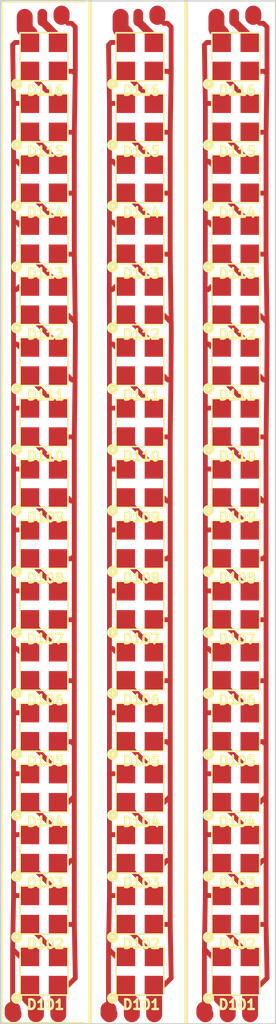
<source format=kicad_pcb>
(kicad_pcb (version 20190905) (host pcbnew "(5.99.0-218-ga43b00b66)")

  (general
    (thickness 1.6)
    (drawings 41)
    (tracks 543)
    (modules 48)
    (nets 18)
  )

  (page "A4")
  (layers
    (0 "F.Cu" signal)
    (31 "B.Cu" signal)
    (32 "B.Adhes" user)
    (33 "F.Adhes" user)
    (34 "B.Paste" user hide)
    (35 "F.Paste" user)
    (36 "B.SilkS" user hide)
    (37 "F.SilkS" user hide)
    (38 "B.Mask" user)
    (39 "F.Mask" user)
    (40 "Dwgs.User" user)
    (41 "Cmts.User" user)
    (42 "Eco1.User" user)
    (43 "Eco2.User" user)
    (44 "Edge.Cuts" user)
    (45 "Margin" user)
    (46 "B.CrtYd" user)
    (47 "F.CrtYd" user)
    (48 "B.Fab" user)
    (49 "F.Fab" user hide)
  )

  (setup
    (stackup
      (layer "F.SilkS" (type "Top Silk Screen"))
      (layer "F.Paste" (type "Top Solder Paste"))
      (layer "F.Mask" (type "Top Solder Mask") (thickness 0.01) (color "Green"))
      (layer "F.Cu" (type "copper") (thickness 0.035))
      (layer "dielectric 1" (type "core") (thickness 1.51) (material "FR4") (epsilon_r 4.5) (loss_tangent 0.02))
      (layer "B.Cu" (type "copper") (thickness 0.035))
      (layer "B.Mask" (type "Bottom Solder Mask") (thickness 0.01) (color "Green"))
      (layer "B.Paste" (type "Bottom Solder Paste"))
      (layer "B.SilkS" (type "Bottom Silk Screen"))
      (layer "F.SilkS" (type "Top Silk Screen"))
      (layer "F.Paste" (type "Top Solder Paste"))
      (layer "F.Mask" (type "Top Solder Mask") (thickness 0.01) (color "Green"))
      (layer "F.Cu" (type "copper") (thickness 0.035))
      (layer "dielectric 2" (type "core") (thickness 1.51) (material "FR4") (epsilon_r 4.5) (loss_tangent 0.02))
      (layer "B.Cu" (type "copper") (thickness 0.035))
      (layer "B.Mask" (type "Bottom Solder Mask") (thickness 0.01) (color "Green"))
      (layer "B.Paste" (type "Bottom Solder Paste"))
      (layer "B.SilkS" (type "Bottom Silk Screen"))
      (layer "F.SilkS" (type "Top Silk Screen"))
      (layer "F.Paste" (type "Top Solder Paste"))
      (layer "F.Mask" (type "Top Solder Mask") (thickness 0.01) (color "Green"))
      (layer "F.Cu" (type "copper") (thickness 0.035))
      (layer "dielectric 3" (type "core") (thickness 1.51) (material "FR4") (epsilon_r 4.5) (loss_tangent 0.02))
      (layer "B.Cu" (type "copper") (thickness 0.035))
      (layer "B.Mask" (type "Bottom Solder Mask") (thickness 0.01) (color "Green"))
      (layer "B.Paste" (type "Bottom Solder Paste"))
      (layer "B.SilkS" (type "Bottom Silk Screen"))
      (copper_finish "None")
      (dielectric_constraints no)
    )
    (last_trace_width 0.1524)
    (user_trace_width 0.25)
    (user_trace_width 0.3)
    (user_trace_width 0.4)
    (user_trace_width 0.5)
    (user_trace_width 0.25)
    (user_trace_width 0.3)
    (user_trace_width 0.4)
    (user_trace_width 0.5)
    (user_trace_width 0.25)
    (user_trace_width 0.3)
    (user_trace_width 0.4)
    (user_trace_width 0.5)
    (trace_clearance 0.1524)
    (zone_clearance 0.508)
    (zone_45_only no)
    (trace_min 0.1524)
    (via_size 0.8)
    (via_drill 0.4)
    (via_min_size 0.4)
    (via_min_drill 0.3)
    (uvia_size 0.3)
    (uvia_drill 0.1)
    (uvias_allowed no)
    (uvia_min_size 0.2)
    (uvia_min_drill 0.1)
    (max_error 0.005)
    (defaults
      (edge_clearance 0.01)
      (edge_cuts_line_width 0.05)
      (courtyard_line_width 0.05)
      (copper_line_width 0.2)
      (copper_text_dims (size 1.5 1.5) (thickness 0.3))
      (silk_line_width 0.12)
      (silk_text_dims (size 1 1) (thickness 0.15))
      (other_layers_line_width 0.1)
      (other_layers_text_dims (size 1 1) (thickness 0.15))
    )
    (pad_size 1.524 1.524)
    (pad_drill 0.762)
    (pad_to_mask_clearance 0.051)
    (solder_mask_min_width 0.25)
    (aux_axis_origin 0 0)
    (visible_elements FFFFFF7F)
    (pcbplotparams
      (layerselection 0x010fc_ffffffff)
      (usegerberextensions true)
      (usegerberattributes false)
      (usegerberadvancedattributes false)
      (creategerberjobfile false)
      (excludeedgelayer false)
      (linewidth 0.100000)
      (plotframeref false)
      (viasonmask false)
      (mode 1)
      (useauxorigin false)
      (hpglpennumber 1)
      (hpglpenspeed 20)
      (hpglpendiameter 15.000000)
      (psnegative false)
      (psa4output false)
      (plotreference false)
      (plotvalue false)
      (plotinvisibletext false)
      (padsonsilk false)
      (subtractmaskfromsilk false)
      (outputformat 1)
      (mirror false)
      (drillshape 0)
      (scaleselection 1)
      (outputdirectory "gerbers")
    )
  )

  (net 0 "")
  (net 1 "GND")
  (net 2 "+5V")
  (net 3 "Net-(D101-Pad3)")
  (net 4 "Net-(D102-Pad3)")
  (net 5 "Net-(D102-Pad1)")
  (net 6 "Net-(D103-Pad3)")
  (net 7 "Net-(D104-Pad3)")
  (net 8 "Net-(D105-Pad3)")
  (net 9 "Net-(D106-Pad3)")
  (net 10 "Net-(D107-Pad3)")
  (net 11 "Net-(D108-Pad3)")
  (net 12 "Net-(D109-Pad3)")
  (net 13 "Net-(D110-Pad3)")
  (net 14 "Net-(D111-Pad3)")
  (net 15 "Net-(D112-Pad3)")
  (net 16 "Net-(D113-Pad3)")
  (net 17 "Net-(D114-Pad3)")

  (net_class "Default" "This is the default net class."
    (clearance 0.1524)
    (trace_width 0.1524)
    (via_dia 0.8)
    (via_drill 0.4)
    (uvia_dia 0.3)
    (uvia_drill 0.1)
    (add_net "+5V")
    (add_net "GND")
    (add_net "Net-(D101-Pad3)")
    (add_net "Net-(D102-Pad1)")
    (add_net "Net-(D102-Pad3)")
    (add_net "Net-(D103-Pad3)")
    (add_net "Net-(D104-Pad3)")
    (add_net "Net-(D105-Pad3)")
    (add_net "Net-(D106-Pad3)")
    (add_net "Net-(D107-Pad3)")
    (add_net "Net-(D108-Pad3)")
    (add_net "Net-(D109-Pad3)")
    (add_net "Net-(D110-Pad3)")
    (add_net "Net-(D111-Pad3)")
    (add_net "Net-(D112-Pad3)")
    (add_net "Net-(D113-Pad3)")
    (add_net "Net-(D114-Pad3)")
  )

  (module "SK6812-EC1515:SK6812-EC1515" (layer "F.Cu") (tedit 5D9E890D) (tstamp 5DAE5DFB)
    (at 86.4 63.598974 -0.09799342193)
    (path "/5DA04E7C")
    (fp_text reference "D107" (at 0.5 0.6 -0.09799342193 unlocked) (layer "F.SilkS")
      (effects (font (size 0.3 0.3) (thickness 0.075)))
    )
    (fp_text value "SK6812MINI" (at 0 -0.5 -0.09799342193 unlocked) (layer "F.Fab")
      (effects (font (size 1 1) (thickness 0.15)))
    )
    (fp_line (start -0.3 -1.2) (end 1.2 -1.2) (layer "F.SilkS") (width 0.05))
    (fp_line (start 1.2 -1.2) (end 1.2 0.3) (layer "F.SilkS") (width 0.05))
    (fp_line (start 1.2 0.3) (end -0.3 0.3) (layer "F.SilkS") (width 0.05))
    (fp_line (start -0.3 0.3) (end -0.3 -1.2) (layer "F.SilkS") (width 0.05))
    (fp_circle (center -0.4 0.4) (end -0.4 0.3) (layer "F.SilkS") (width 0.15))
    (pad "4" smd rect (at 0 -0.9 359.9020066) (size 0.6 0.6) (layers "F.Cu" "F.Paste" "F.Mask")
      (net 1 "GND"))
    (pad "3" smd rect (at 0.9 -0.9 359.9020066) (size 0.6 0.6) (layers "F.Cu" "F.Paste" "F.Mask")
      (net 16 "Net-(D113-Pad3)"))
    (pad "2" smd rect (at 0.9 0 359.9020066) (size 0.6 0.6) (layers "F.Cu" "F.Paste" "F.Mask")
      (net 2 "+5V"))
    (pad "1" smd rect (at 0 0 359.9020066) (size 0.6 0.6) (layers "F.Cu" "F.Paste" "F.Mask")
      (net 14 "Net-(D111-Pad3)"))
  )

  (module "SK6812-EC1515:SK6812-EC1515" (layer "F.Cu") (tedit 5D9E890D) (tstamp 5DAE5DEB)
    (at 86.4 46.497615)
    (path "/5D9FA739")
    (fp_text reference "D116" (at 0.5 0.6 unlocked) (layer "F.SilkS")
      (effects (font (size 0.3 0.3) (thickness 0.075)))
    )
    (fp_text value "SK6812MINI" (at 0 -0.5 unlocked) (layer "F.Fab")
      (effects (font (size 1 1) (thickness 0.15)))
    )
    (fp_line (start -0.3 -1.2) (end 1.2 -1.2) (layer "F.SilkS") (width 0.05))
    (fp_line (start 1.2 -1.2) (end 1.2 0.3) (layer "F.SilkS") (width 0.05))
    (fp_line (start 1.2 0.3) (end -0.3 0.3) (layer "F.SilkS") (width 0.05))
    (fp_line (start -0.3 0.3) (end -0.3 -1.2) (layer "F.SilkS") (width 0.05))
    (fp_circle (center -0.4 0.4) (end -0.4 0.3) (layer "F.SilkS") (width 0.15))
    (pad "4" smd rect (at 0 -0.9) (size 0.6 0.6) (layers "F.Cu" "F.Paste" "F.Mask")
      (net 1 "GND"))
    (pad "3" smd rect (at 0.9 -0.9) (size 0.6 0.6) (layers "F.Cu" "F.Paste" "F.Mask"))
    (pad "2" smd rect (at 0.9 0) (size 0.6 0.6) (layers "F.Cu" "F.Paste" "F.Mask")
      (net 2 "+5V"))
    (pad "1" smd rect (at 0 0) (size 0.6 0.6) (layers "F.Cu" "F.Paste" "F.Mask")
      (net 17 "Net-(D114-Pad3)"))
  )

  (module "SK6812-EC1515:SK6812-EC1515" (layer "F.Cu") (tedit 5D9E890D) (tstamp 5DAE5DB5)
    (at 86.4 67.399272 -0.1197697379)
    (path "/5DA04E36")
    (fp_text reference "D105" (at 0.5 0.6 -0.1197697379 unlocked) (layer "F.SilkS")
      (effects (font (size 0.3 0.3) (thickness 0.075)))
    )
    (fp_text value "SK6812MINI" (at 0 -0.5 -0.1197697379 unlocked) (layer "F.Fab")
      (effects (font (size 1 1) (thickness 0.15)))
    )
    (fp_line (start -0.3 -1.2) (end 1.2 -1.2) (layer "F.SilkS") (width 0.05))
    (fp_line (start 1.2 -1.2) (end 1.2 0.3) (layer "F.SilkS") (width 0.05))
    (fp_line (start 1.2 0.3) (end -0.3 0.3) (layer "F.SilkS") (width 0.05))
    (fp_line (start -0.3 0.3) (end -0.3 -1.2) (layer "F.SilkS") (width 0.05))
    (fp_circle (center -0.4 0.4) (end -0.4 0.3) (layer "F.SilkS") (width 0.15))
    (pad "4" smd rect (at 0 -0.9 359.8802303) (size 0.6 0.6) (layers "F.Cu" "F.Paste" "F.Mask")
      (net 1 "GND"))
    (pad "3" smd rect (at 0.9 -0.9 359.8802303) (size 0.6 0.6) (layers "F.Cu" "F.Paste" "F.Mask")
      (net 12 "Net-(D109-Pad3)"))
    (pad "2" smd rect (at 0.9 0 359.8802303) (size 0.6 0.6) (layers "F.Cu" "F.Paste" "F.Mask")
      (net 2 "+5V"))
    (pad "1" smd rect (at 0 0 359.8802303) (size 0.6 0.6) (layers "F.Cu" "F.Paste" "F.Mask")
      (net 10 "Net-(D107-Pad3)"))
  )

  (module "SK6812-EC1515:SK6812-EC1515" (layer "F.Cu") (tedit 5D9E890D) (tstamp 5DAE5DA1)
    (at 86.4 55.998373 -0.05444078996)
    (path "/5D9FA78C")
    (fp_text reference "D111" (at 0.5 0.6 -0.05444078996 unlocked) (layer "F.SilkS")
      (effects (font (size 0.3 0.3) (thickness 0.075)))
    )
    (fp_text value "SK6812MINI" (at 0 -0.5 -0.05444078996 unlocked) (layer "F.Fab")
      (effects (font (size 1 1) (thickness 0.15)))
    )
    (fp_line (start -0.3 -1.2) (end 1.2 -1.2) (layer "F.SilkS") (width 0.05))
    (fp_line (start 1.2 -1.2) (end 1.2 0.3) (layer "F.SilkS") (width 0.05))
    (fp_line (start 1.2 0.3) (end -0.3 0.3) (layer "F.SilkS") (width 0.05))
    (fp_line (start -0.3 0.3) (end -0.3 -1.2) (layer "F.SilkS") (width 0.05))
    (fp_circle (center -0.4 0.4) (end -0.4 0.3) (layer "F.SilkS") (width 0.15))
    (pad "4" smd rect (at 0 -0.9 359.9455592) (size 0.6 0.6) (layers "F.Cu" "F.Paste" "F.Mask")
      (net 1 "GND"))
    (pad "3" smd rect (at 0.9 -0.9 359.9455592) (size 0.6 0.6) (layers "F.Cu" "F.Paste" "F.Mask")
      (net 9 "Net-(D106-Pad3)"))
    (pad "2" smd rect (at 0.9 0 359.9455592) (size 0.6 0.6) (layers "F.Cu" "F.Paste" "F.Mask")
      (net 2 "+5V"))
    (pad "1" smd rect (at 0 0 359.9455592) (size 0.6 0.6) (layers "F.Cu" "F.Paste" "F.Mask")
      (net 7 "Net-(D104-Pad3)"))
  )

  (module "SK6812-EC1515:SK6812-EC1515" (layer "F.Cu") (tedit 5D9E890D) (tstamp 5DAE5D86)
    (at 86.4 61.698825 -0.08710526394)
    (path "/5DA04E8E")
    (fp_text reference "D108" (at 0.5 0.6 -0.08710526394 unlocked) (layer "F.SilkS")
      (effects (font (size 0.3 0.3) (thickness 0.075)))
    )
    (fp_text value "SK6812MINI" (at 0 -0.5 -0.08710526394 unlocked) (layer "F.Fab")
      (effects (font (size 1 1) (thickness 0.15)))
    )
    (fp_line (start -0.3 -1.2) (end 1.2 -1.2) (layer "F.SilkS") (width 0.05))
    (fp_line (start 1.2 -1.2) (end 1.2 0.3) (layer "F.SilkS") (width 0.05))
    (fp_line (start 1.2 0.3) (end -0.3 0.3) (layer "F.SilkS") (width 0.05))
    (fp_line (start -0.3 0.3) (end -0.3 -1.2) (layer "F.SilkS") (width 0.05))
    (fp_circle (center -0.4 0.4) (end -0.4 0.3) (layer "F.SilkS") (width 0.15))
    (pad "4" smd rect (at 0 -0.9 359.9128947) (size 0.6 0.6) (layers "F.Cu" "F.Paste" "F.Mask")
      (net 1 "GND"))
    (pad "3" smd rect (at 0.9 -0.9 359.9128947) (size 0.6 0.6) (layers "F.Cu" "F.Paste" "F.Mask")
      (net 5 "Net-(D102-Pad1)"))
    (pad "2" smd rect (at 0.9 0 359.9128947) (size 0.6 0.6) (layers "F.Cu" "F.Paste" "F.Mask")
      (net 2 "+5V"))
    (pad "1" smd rect (at 0 0 359.9128947) (size 0.6 0.6) (layers "F.Cu" "F.Paste" "F.Mask")
      (net 16 "Net-(D113-Pad3)"))
  )

  (module "SK6812-EC1515:SK6812-EC1515" (layer "F.Cu") (tedit 5D9E890D) (tstamp 5DAE5D7A)
    (at 86.4 52.19807 -0.03266447398)
    (path "/5D9FA7AE")
    (fp_text reference "D113" (at 0.5 0.6 -0.03266447398 unlocked) (layer "F.SilkS")
      (effects (font (size 0.3 0.3) (thickness 0.075)))
    )
    (fp_text value "SK6812MINI" (at 0 -0.5 -0.03266447398 unlocked) (layer "F.Fab")
      (effects (font (size 1 1) (thickness 0.15)))
    )
    (fp_line (start -0.3 -1.2) (end 1.2 -1.2) (layer "F.SilkS") (width 0.05))
    (fp_line (start 1.2 -1.2) (end 1.2 0.3) (layer "F.SilkS") (width 0.05))
    (fp_line (start 1.2 0.3) (end -0.3 0.3) (layer "F.SilkS") (width 0.05))
    (fp_line (start -0.3 0.3) (end -0.3 -1.2) (layer "F.SilkS") (width 0.05))
    (fp_circle (center -0.4 0.4) (end -0.4 0.3) (layer "F.SilkS") (width 0.15))
    (pad "4" smd rect (at 0 -0.9 359.9673355) (size 0.6 0.6) (layers "F.Cu" "F.Paste" "F.Mask")
      (net 1 "GND"))
    (pad "3" smd rect (at 0.9 -0.9 359.9673355) (size 0.6 0.6) (layers "F.Cu" "F.Paste" "F.Mask")
      (net 13 "Net-(D110-Pad3)"))
    (pad "2" smd rect (at 0.9 0 359.9673355) (size 0.6 0.6) (layers "F.Cu" "F.Paste" "F.Mask")
      (net 2 "+5V"))
    (pad "1" smd rect (at 0 0 359.9673355) (size 0.6 0.6) (layers "F.Cu" "F.Paste" "F.Mask")
      (net 11 "Net-(D108-Pad3)"))
  )

  (module "SK6812-EC1515:SK6812-EC1515" (layer "F.Cu") (tedit 5D9E890D) (tstamp 5DAE5D6D)
    (at 86.4 48.397767 -0.01088815799)
    (path "/5D9FA75E")
    (fp_text reference "D115" (at 0.5 0.6 -0.01088815799 unlocked) (layer "F.SilkS")
      (effects (font (size 0.3 0.3) (thickness 0.075)))
    )
    (fp_text value "SK6812MINI" (at 0 -0.5 -0.01088815799 unlocked) (layer "F.Fab")
      (effects (font (size 1 1) (thickness 0.15)))
    )
    (fp_line (start -0.3 -1.2) (end 1.2 -1.2) (layer "F.SilkS") (width 0.05))
    (fp_line (start 1.2 -1.2) (end 1.2 0.3) (layer "F.SilkS") (width 0.05))
    (fp_line (start 1.2 0.3) (end -0.3 0.3) (layer "F.SilkS") (width 0.05))
    (fp_line (start -0.3 0.3) (end -0.3 -1.2) (layer "F.SilkS") (width 0.05))
    (fp_circle (center -0.4 0.4) (end -0.4 0.3) (layer "F.SilkS") (width 0.15))
    (pad "4" smd rect (at 0 -0.9 359.9891118) (size 0.6 0.6) (layers "F.Cu" "F.Paste" "F.Mask")
      (net 1 "GND"))
    (pad "3" smd rect (at 0.9 -0.9 359.9891118) (size 0.6 0.6) (layers "F.Cu" "F.Paste" "F.Mask")
      (net 17 "Net-(D114-Pad3)"))
    (pad "2" smd rect (at 0.9 0 359.9891118) (size 0.6 0.6) (layers "F.Cu" "F.Paste" "F.Mask")
      (net 2 "+5V"))
    (pad "1" smd rect (at 0 0 359.9891118) (size 0.6 0.6) (layers "F.Cu" "F.Paste" "F.Mask")
      (net 15 "Net-(D112-Pad3)"))
  )

  (module "SK6812-EC1515:SK6812-EC1515" (layer "F.Cu") (tedit 5D9E890D) (tstamp 5DAE5D5D)
    (at 86.4 71.199566 -0.1415460539)
    (path "/5DA04E50")
    (fp_text reference "D103" (at 0.5 0.6 -0.1415460539 unlocked) (layer "F.SilkS")
      (effects (font (size 0.3 0.3) (thickness 0.075)))
    )
    (fp_text value "SK6812MINI" (at 0 -0.5 -0.1415460539 unlocked) (layer "F.Fab")
      (effects (font (size 1 1) (thickness 0.15)))
    )
    (fp_line (start -0.3 -1.2) (end 1.2 -1.2) (layer "F.SilkS") (width 0.05))
    (fp_line (start 1.2 -1.2) (end 1.2 0.3) (layer "F.SilkS") (width 0.05))
    (fp_line (start 1.2 0.3) (end -0.3 0.3) (layer "F.SilkS") (width 0.05))
    (fp_line (start -0.3 0.3) (end -0.3 -1.2) (layer "F.SilkS") (width 0.05))
    (fp_circle (center -0.4 0.4) (end -0.4 0.3) (layer "F.SilkS") (width 0.15))
    (pad "4" smd rect (at 0 -0.9 359.8584539) (size 0.6 0.6) (layers "F.Cu" "F.Paste" "F.Mask")
      (net 1 "GND"))
    (pad "3" smd rect (at 0.9 -0.9 359.8584539) (size 0.6 0.6) (layers "F.Cu" "F.Paste" "F.Mask")
      (net 8 "Net-(D105-Pad3)"))
    (pad "2" smd rect (at 0.9 0 359.8584539) (size 0.6 0.6) (layers "F.Cu" "F.Paste" "F.Mask")
      (net 2 "+5V"))
    (pad "1" smd rect (at 0 0 359.8584539) (size 0.6 0.6) (layers "F.Cu" "F.Paste" "F.Mask")
      (net 6 "Net-(D103-Pad3)"))
  )

  (module "SK6812-EC1515:SK6812-EC1515" (layer "F.Cu") (tedit 5D9E890D) (tstamp 5DAE5D50)
    (at 86.4 65.499123 -0.1088815799)
    (path "/5DA04EBB")
    (fp_text reference "D106" (at 0.5 0.6 -0.1088815799 unlocked) (layer "F.SilkS")
      (effects (font (size 0.3 0.3) (thickness 0.075)))
    )
    (fp_text value "SK6812MINI" (at 0 -0.5 -0.1088815799 unlocked) (layer "F.Fab")
      (effects (font (size 1 1) (thickness 0.15)))
    )
    (fp_line (start -0.3 -1.2) (end 1.2 -1.2) (layer "F.SilkS") (width 0.05))
    (fp_line (start 1.2 -1.2) (end 1.2 0.3) (layer "F.SilkS") (width 0.05))
    (fp_line (start 1.2 0.3) (end -0.3 0.3) (layer "F.SilkS") (width 0.05))
    (fp_line (start -0.3 0.3) (end -0.3 -1.2) (layer "F.SilkS") (width 0.05))
    (fp_circle (center -0.4 0.4) (end -0.4 0.3) (layer "F.SilkS") (width 0.15))
    (pad "4" smd rect (at 0 -0.9 359.8911184) (size 0.6 0.6) (layers "F.Cu" "F.Paste" "F.Mask")
      (net 1 "GND"))
    (pad "3" smd rect (at 0.9 -0.9 359.8911184) (size 0.6 0.6) (layers "F.Cu" "F.Paste" "F.Mask")
      (net 14 "Net-(D111-Pad3)"))
    (pad "2" smd rect (at 0.9 0 359.8911184) (size 0.6 0.6) (layers "F.Cu" "F.Paste" "F.Mask")
      (net 2 "+5V"))
    (pad "1" smd rect (at 0 0 359.8911184) (size 0.6 0.6) (layers "F.Cu" "F.Paste" "F.Mask")
      (net 12 "Net-(D109-Pad3)"))
  )

  (module "SK6812-EC1515:SK6812-EC1515" (layer "F.Cu") (tedit 5D9E890D) (tstamp 5DAE5D3C)
    (at 86.4 57.898524 -0.06532894795)
    (path "/5D9FA7C0")
    (fp_text reference "D110" (at 0.5 0.6 -0.06532894795 unlocked) (layer "F.SilkS")
      (effects (font (size 0.3 0.3) (thickness 0.075)))
    )
    (fp_text value "SK6812MINI" (at 0 -0.5 -0.06532894795 unlocked) (layer "F.Fab")
      (effects (font (size 1 1) (thickness 0.15)))
    )
    (fp_line (start -0.3 -1.2) (end 1.2 -1.2) (layer "F.SilkS") (width 0.05))
    (fp_line (start 1.2 -1.2) (end 1.2 0.3) (layer "F.SilkS") (width 0.05))
    (fp_line (start 1.2 0.3) (end -0.3 0.3) (layer "F.SilkS") (width 0.05))
    (fp_line (start -0.3 0.3) (end -0.3 -1.2) (layer "F.SilkS") (width 0.05))
    (fp_circle (center -0.4 0.4) (end -0.4 0.3) (layer "F.SilkS") (width 0.15))
    (pad "4" smd rect (at 0 -0.9 359.9346711) (size 0.6 0.6) (layers "F.Cu" "F.Paste" "F.Mask")
      (net 1 "GND"))
    (pad "3" smd rect (at 0.9 -0.9 359.9346711) (size 0.6 0.6) (layers "F.Cu" "F.Paste" "F.Mask")
      (net 7 "Net-(D104-Pad3)"))
    (pad "2" smd rect (at 0.9 0 359.9346711) (size 0.6 0.6) (layers "F.Cu" "F.Paste" "F.Mask")
      (net 2 "+5V"))
    (pad "1" smd rect (at 0 0 359.9346711) (size 0.6 0.6) (layers "F.Cu" "F.Paste" "F.Mask")
      (net 4 "Net-(D102-Pad3)"))
  )

  (module "SK6812-EC1515:SK6812-EC1515" (layer "F.Cu") (tedit 5D9E890D) (tstamp 5DAE5D18)
    (at 86.4 54.098222 -0.04355263197)
    (path "/5D9FA749")
    (fp_text reference "D112" (at 0.5 0.6 -0.04355263197 unlocked) (layer "F.SilkS")
      (effects (font (size 0.3 0.3) (thickness 0.075)))
    )
    (fp_text value "SK6812MINI" (at 0 -0.5 -0.04355263197 unlocked) (layer "F.Fab")
      (effects (font (size 1 1) (thickness 0.15)))
    )
    (fp_line (start -0.3 -1.2) (end 1.2 -1.2) (layer "F.SilkS") (width 0.05))
    (fp_line (start 1.2 -1.2) (end 1.2 0.3) (layer "F.SilkS") (width 0.05))
    (fp_line (start 1.2 0.3) (end -0.3 0.3) (layer "F.SilkS") (width 0.05))
    (fp_line (start -0.3 0.3) (end -0.3 -1.2) (layer "F.SilkS") (width 0.05))
    (fp_circle (center -0.4 0.4) (end -0.4 0.3) (layer "F.SilkS") (width 0.15))
    (pad "4" smd rect (at 0 -0.9 359.9564474) (size 0.6 0.6) (layers "F.Cu" "F.Paste" "F.Mask")
      (net 1 "GND"))
    (pad "3" smd rect (at 0.9 -0.9 359.9564474) (size 0.6 0.6) (layers "F.Cu" "F.Paste" "F.Mask")
      (net 11 "Net-(D108-Pad3)"))
    (pad "2" smd rect (at 0.9 0 359.9564474) (size 0.6 0.6) (layers "F.Cu" "F.Paste" "F.Mask")
      (net 2 "+5V"))
    (pad "1" smd rect (at 0 0 359.9564474) (size 0.6 0.6) (layers "F.Cu" "F.Paste" "F.Mask")
      (net 9 "Net-(D106-Pad3)"))
  )

  (module "SK6812-EC1515:SK6812-EC1515" (layer "F.Cu") (tedit 5D9E890D) (tstamp 5DAE5D01)
    (at 86.4 59.798675 -0.07621710595)
    (path "/5D9FA79E")
    (fp_text reference "D109" (at 0.5 0.6 -0.07621710595 unlocked) (layer "F.SilkS")
      (effects (font (size 0.3 0.3) (thickness 0.075)))
    )
    (fp_text value "SK6812MINI" (at 0 -0.5 -0.07621710595 unlocked) (layer "F.Fab")
      (effects (font (size 1 1) (thickness 0.15)))
    )
    (fp_line (start -0.3 -1.2) (end 1.2 -1.2) (layer "F.SilkS") (width 0.05))
    (fp_line (start 1.2 -1.2) (end 1.2 0.3) (layer "F.SilkS") (width 0.05))
    (fp_line (start 1.2 0.3) (end -0.3 0.3) (layer "F.SilkS") (width 0.05))
    (fp_line (start -0.3 0.3) (end -0.3 -1.2) (layer "F.SilkS") (width 0.05))
    (fp_circle (center -0.4 0.4) (end -0.4 0.3) (layer "F.SilkS") (width 0.15))
    (pad "4" smd rect (at 0 -0.9 359.9237829) (size 0.6 0.6) (layers "F.Cu" "F.Paste" "F.Mask")
      (net 1 "GND"))
    (pad "3" smd rect (at 0.9 -0.9 359.9237829) (size 0.6 0.6) (layers "F.Cu" "F.Paste" "F.Mask")
      (net 4 "Net-(D102-Pad3)"))
    (pad "2" smd rect (at 0.9 0 359.9237829) (size 0.6 0.6) (layers "F.Cu" "F.Paste" "F.Mask")
      (net 2 "+5V"))
    (pad "1" smd rect (at 0 0 359.9237829) (size 0.6 0.6) (layers "F.Cu" "F.Paste" "F.Mask")
      (net 5 "Net-(D102-Pad1)"))
  )

  (module "SK6812-EC1515:SK6812-EC1515" (layer "F.Cu") (tedit 5D9E890D) (tstamp 5DAE5CF4)
    (at 86.4 69.299419 -0.1306578959)
    (path "/5DA04E6A")
    (fp_text reference "D104" (at 0.5 0.6 -0.1306578959 unlocked) (layer "F.SilkS")
      (effects (font (size 0.3 0.3) (thickness 0.075)))
    )
    (fp_text value "SK6812MINI" (at 0 -0.5 -0.1306578959 unlocked) (layer "F.Fab")
      (effects (font (size 1 1) (thickness 0.15)))
    )
    (fp_line (start -0.3 -1.2) (end 1.2 -1.2) (layer "F.SilkS") (width 0.05))
    (fp_line (start 1.2 -1.2) (end 1.2 0.3) (layer "F.SilkS") (width 0.05))
    (fp_line (start 1.2 0.3) (end -0.3 0.3) (layer "F.SilkS") (width 0.05))
    (fp_line (start -0.3 0.3) (end -0.3 -1.2) (layer "F.SilkS") (width 0.05))
    (fp_circle (center -0.4 0.4) (end -0.4 0.3) (layer "F.SilkS") (width 0.15))
    (pad "4" smd rect (at 0 -0.9 359.8693421) (size 0.6 0.6) (layers "F.Cu" "F.Paste" "F.Mask")
      (net 1 "GND"))
    (pad "3" smd rect (at 0.9 -0.9 359.8693421) (size 0.6 0.6) (layers "F.Cu" "F.Paste" "F.Mask")
      (net 10 "Net-(D107-Pad3)"))
    (pad "2" smd rect (at 0.9 0 359.8693421) (size 0.6 0.6) (layers "F.Cu" "F.Paste" "F.Mask")
      (net 2 "+5V"))
    (pad "1" smd rect (at 0 0 359.8693421) (size 0.6 0.6) (layers "F.Cu" "F.Paste" "F.Mask")
      (net 8 "Net-(D105-Pad3)"))
  )

  (module "SK6812-EC1515:SK6812-EC1515" (layer "F.Cu") (tedit 5D9E890D) (tstamp 5DAE5CE5)
    (at 86.4 50.297918 -0.02177631598)
    (path "/5D9FA76E")
    (fp_text reference "D114" (at 0.5 0.6 -0.02177631598 unlocked) (layer "F.SilkS")
      (effects (font (size 0.3 0.3) (thickness 0.075)))
    )
    (fp_text value "SK6812MINI" (at 0 -0.5 -0.02177631598 unlocked) (layer "F.Fab")
      (effects (font (size 1 1) (thickness 0.15)))
    )
    (fp_line (start -0.3 -1.2) (end 1.2 -1.2) (layer "F.SilkS") (width 0.05))
    (fp_line (start 1.2 -1.2) (end 1.2 0.3) (layer "F.SilkS") (width 0.05))
    (fp_line (start 1.2 0.3) (end -0.3 0.3) (layer "F.SilkS") (width 0.05))
    (fp_line (start -0.3 0.3) (end -0.3 -1.2) (layer "F.SilkS") (width 0.05))
    (fp_circle (center -0.4 0.4) (end -0.4 0.3) (layer "F.SilkS") (width 0.15))
    (pad "4" smd rect (at 0 -0.9 359.9782237) (size 0.6 0.6) (layers "F.Cu" "F.Paste" "F.Mask")
      (net 1 "GND"))
    (pad "3" smd rect (at 0.9 -0.9 359.9782237) (size 0.6 0.6) (layers "F.Cu" "F.Paste" "F.Mask")
      (net 15 "Net-(D112-Pad3)"))
    (pad "2" smd rect (at 0.9 0 359.9782237) (size 0.6 0.6) (layers "F.Cu" "F.Paste" "F.Mask")
      (net 2 "+5V"))
    (pad "1" smd rect (at 0 0 359.9782237) (size 0.6 0.6) (layers "F.Cu" "F.Paste" "F.Mask")
      (net 13 "Net-(D110-Pad3)"))
  )

  (module "SK6812-EC1515:SK6812-EC1515" (layer "F.Cu") (tedit 5D9E890D) (tstamp 5DAE5CCA)
    (at 86.4 73.099712 -0.1524342119)
    (path "/5DA04EAA")
    (fp_text reference "D102" (at 0.5 0.6 -0.1524342119 unlocked) (layer "F.SilkS")
      (effects (font (size 0.3 0.3) (thickness 0.075)))
    )
    (fp_text value "SK6812MINI" (at 0 -0.5 -0.1524342119 unlocked) (layer "F.Fab")
      (effects (font (size 1 1) (thickness 0.15)))
    )
    (fp_line (start -0.3 -1.2) (end 1.2 -1.2) (layer "F.SilkS") (width 0.05))
    (fp_line (start 1.2 -1.2) (end 1.2 0.3) (layer "F.SilkS") (width 0.05))
    (fp_line (start 1.2 0.3) (end -0.3 0.3) (layer "F.SilkS") (width 0.05))
    (fp_line (start -0.3 0.3) (end -0.3 -1.2) (layer "F.SilkS") (width 0.05))
    (fp_circle (center -0.4 0.4) (end -0.4 0.3) (layer "F.SilkS") (width 0.15))
    (pad "4" smd rect (at 0 -0.9 359.8475658) (size 0.6 0.6) (layers "F.Cu" "F.Paste" "F.Mask")
      (net 1 "GND"))
    (pad "3" smd rect (at 0.9 -0.9 359.8475658) (size 0.6 0.6) (layers "F.Cu" "F.Paste" "F.Mask")
      (net 6 "Net-(D103-Pad3)"))
    (pad "2" smd rect (at 0.9 0 359.8475658) (size 0.6 0.6) (layers "F.Cu" "F.Paste" "F.Mask")
      (net 2 "+5V"))
    (pad "1" smd rect (at 0 0 359.8475658) (size 0.6 0.6) (layers "F.Cu" "F.Paste" "F.Mask")
      (net 3 "Net-(D101-Pad3)"))
  )

  (module "SK6812-EC1515:SK6812-EC1515" (layer "F.Cu") (tedit 5D9E890D) (tstamp 5DAE5CBE)
    (at 86.4 74.999856 -0.1633223699)
    (path "/5DA04ECC")
    (fp_text reference "D101" (at 0.5 0.6 -0.1633223699 unlocked) (layer "F.SilkS")
      (effects (font (size 0.3 0.3) (thickness 0.075)))
    )
    (fp_text value "SK6812MINI" (at 0 -0.5 -0.1633223699 unlocked) (layer "F.Fab")
      (effects (font (size 1 1) (thickness 0.15)))
    )
    (fp_line (start -0.3 -1.2) (end 1.2 -1.2) (layer "F.SilkS") (width 0.05))
    (fp_line (start 1.2 -1.2) (end 1.2 0.3) (layer "F.SilkS") (width 0.05))
    (fp_line (start 1.2 0.3) (end -0.3 0.3) (layer "F.SilkS") (width 0.05))
    (fp_line (start -0.3 0.3) (end -0.3 -1.2) (layer "F.SilkS") (width 0.05))
    (fp_circle (center -0.4 0.4) (end -0.4 0.3) (layer "F.SilkS") (width 0.15))
    (pad "4" smd rect (at 0 -0.9 359.8366776) (size 0.6 0.6) (layers "F.Cu" "F.Paste" "F.Mask")
      (net 1 "GND"))
    (pad "3" smd rect (at 0.9 -0.9 359.8366776) (size 0.6 0.6) (layers "F.Cu" "F.Paste" "F.Mask")
      (net 3 "Net-(D101-Pad3)"))
    (pad "2" smd rect (at 0.9 0 359.8366776) (size 0.6 0.6) (layers "F.Cu" "F.Paste" "F.Mask")
      (net 2 "+5V"))
    (pad "1" smd rect (at 0 0 359.8366776) (size 0.6 0.6) (layers "F.Cu" "F.Paste" "F.Mask"))
  )

  (module "SK6812-EC1515:SK6812-EC1515" (layer "F.Cu") (tedit 5D9E890D) (tstamp 5DAE5B01)
    (at 83.4 46.497615)
    (path "/5D9FA739")
    (fp_text reference "D116" (at 0.5 0.6 unlocked) (layer "F.SilkS")
      (effects (font (size 0.3 0.3) (thickness 0.075)))
    )
    (fp_text value "SK6812MINI" (at 0 -0.5 unlocked) (layer "F.Fab")
      (effects (font (size 1 1) (thickness 0.15)))
    )
    (fp_circle (center -0.4 0.4) (end -0.4 0.3) (layer "F.SilkS") (width 0.15))
    (fp_line (start -0.3 0.3) (end -0.3 -1.2) (layer "F.SilkS") (width 0.05))
    (fp_line (start 1.2 0.3) (end -0.3 0.3) (layer "F.SilkS") (width 0.05))
    (fp_line (start 1.2 -1.2) (end 1.2 0.3) (layer "F.SilkS") (width 0.05))
    (fp_line (start -0.3 -1.2) (end 1.2 -1.2) (layer "F.SilkS") (width 0.05))
    (pad "1" smd rect (at 0 0) (size 0.6 0.6) (layers "F.Cu" "F.Paste" "F.Mask")
      (net 17 "Net-(D114-Pad3)"))
    (pad "2" smd rect (at 0.9 0) (size 0.6 0.6) (layers "F.Cu" "F.Paste" "F.Mask")
      (net 2 "+5V"))
    (pad "3" smd rect (at 0.9 -0.9) (size 0.6 0.6) (layers "F.Cu" "F.Paste" "F.Mask"))
    (pad "4" smd rect (at 0 -0.9) (size 0.6 0.6) (layers "F.Cu" "F.Paste" "F.Mask")
      (net 1 "GND"))
  )

  (module "SK6812-EC1515:SK6812-EC1515" (layer "F.Cu") (tedit 5D9E890D) (tstamp 5DAE5AF5)
    (at 83.4 48.397767 -0.01088815799)
    (path "/5D9FA75E")
    (fp_text reference "D115" (at 0.5 0.6 -0.01088815799 unlocked) (layer "F.SilkS")
      (effects (font (size 0.3 0.3) (thickness 0.075)))
    )
    (fp_text value "SK6812MINI" (at 0 -0.5 -0.01088815799 unlocked) (layer "F.Fab")
      (effects (font (size 1 1) (thickness 0.15)))
    )
    (fp_circle (center -0.4 0.4) (end -0.4 0.3) (layer "F.SilkS") (width 0.15))
    (fp_line (start -0.3 0.3) (end -0.3 -1.2) (layer "F.SilkS") (width 0.05))
    (fp_line (start 1.2 0.3) (end -0.3 0.3) (layer "F.SilkS") (width 0.05))
    (fp_line (start 1.2 -1.2) (end 1.2 0.3) (layer "F.SilkS") (width 0.05))
    (fp_line (start -0.3 -1.2) (end 1.2 -1.2) (layer "F.SilkS") (width 0.05))
    (pad "1" smd rect (at 0 0 359.9891118) (size 0.6 0.6) (layers "F.Cu" "F.Paste" "F.Mask")
      (net 15 "Net-(D112-Pad3)"))
    (pad "2" smd rect (at 0.9 0 359.9891118) (size 0.6 0.6) (layers "F.Cu" "F.Paste" "F.Mask")
      (net 2 "+5V"))
    (pad "3" smd rect (at 0.9 -0.9 359.9891118) (size 0.6 0.6) (layers "F.Cu" "F.Paste" "F.Mask")
      (net 17 "Net-(D114-Pad3)"))
    (pad "4" smd rect (at 0 -0.9 359.9891118) (size 0.6 0.6) (layers "F.Cu" "F.Paste" "F.Mask")
      (net 1 "GND"))
  )

  (module "SK6812-EC1515:SK6812-EC1515" (layer "F.Cu") (tedit 5D9E890D) (tstamp 5DAE5A59)
    (at 83.4 54.098222 -0.04355263197)
    (path "/5D9FA749")
    (fp_text reference "D112" (at 0.5 0.6 -0.04355263197 unlocked) (layer "F.SilkS")
      (effects (font (size 0.3 0.3) (thickness 0.075)))
    )
    (fp_text value "SK6812MINI" (at 0 -0.5 -0.04355263197 unlocked) (layer "F.Fab")
      (effects (font (size 1 1) (thickness 0.15)))
    )
    (fp_circle (center -0.4 0.4) (end -0.4 0.3) (layer "F.SilkS") (width 0.15))
    (fp_line (start -0.3 0.3) (end -0.3 -1.2) (layer "F.SilkS") (width 0.05))
    (fp_line (start 1.2 0.3) (end -0.3 0.3) (layer "F.SilkS") (width 0.05))
    (fp_line (start 1.2 -1.2) (end 1.2 0.3) (layer "F.SilkS") (width 0.05))
    (fp_line (start -0.3 -1.2) (end 1.2 -1.2) (layer "F.SilkS") (width 0.05))
    (pad "1" smd rect (at 0 0 359.9564474) (size 0.6 0.6) (layers "F.Cu" "F.Paste" "F.Mask")
      (net 9 "Net-(D106-Pad3)"))
    (pad "2" smd rect (at 0.9 0 359.9564474) (size 0.6 0.6) (layers "F.Cu" "F.Paste" "F.Mask")
      (net 2 "+5V"))
    (pad "3" smd rect (at 0.9 -0.9 359.9564474) (size 0.6 0.6) (layers "F.Cu" "F.Paste" "F.Mask")
      (net 11 "Net-(D108-Pad3)"))
    (pad "4" smd rect (at 0 -0.9 359.9564474) (size 0.6 0.6) (layers "F.Cu" "F.Paste" "F.Mask")
      (net 1 "GND"))
  )

  (module "SK6812-EC1515:SK6812-EC1515" (layer "F.Cu") (tedit 5D9E890D) (tstamp 5DAE5A49)
    (at 83.4 74.999856 -0.1633223699)
    (path "/5DA04ECC")
    (fp_text reference "D101" (at 0.5 0.6 -0.1633223699 unlocked) (layer "F.SilkS")
      (effects (font (size 0.3 0.3) (thickness 0.075)))
    )
    (fp_text value "SK6812MINI" (at 0 -0.5 -0.1633223699 unlocked) (layer "F.Fab")
      (effects (font (size 1 1) (thickness 0.15)))
    )
    (fp_circle (center -0.4 0.4) (end -0.4 0.3) (layer "F.SilkS") (width 0.15))
    (fp_line (start -0.3 0.3) (end -0.3 -1.2) (layer "F.SilkS") (width 0.05))
    (fp_line (start 1.2 0.3) (end -0.3 0.3) (layer "F.SilkS") (width 0.05))
    (fp_line (start 1.2 -1.2) (end 1.2 0.3) (layer "F.SilkS") (width 0.05))
    (fp_line (start -0.3 -1.2) (end 1.2 -1.2) (layer "F.SilkS") (width 0.05))
    (pad "1" smd rect (at 0 0 359.8366776) (size 0.6 0.6) (layers "F.Cu" "F.Paste" "F.Mask"))
    (pad "2" smd rect (at 0.9 0 359.8366776) (size 0.6 0.6) (layers "F.Cu" "F.Paste" "F.Mask")
      (net 2 "+5V"))
    (pad "3" smd rect (at 0.9 -0.9 359.8366776) (size 0.6 0.6) (layers "F.Cu" "F.Paste" "F.Mask")
      (net 3 "Net-(D101-Pad3)"))
    (pad "4" smd rect (at 0 -0.9 359.8366776) (size 0.6 0.6) (layers "F.Cu" "F.Paste" "F.Mask")
      (net 1 "GND"))
  )

  (module "SK6812-EC1515:SK6812-EC1515" (layer "F.Cu") (tedit 5D9E890D) (tstamp 5DAE5A3D)
    (at 83.4 73.099712 -0.1524342119)
    (path "/5DA04EAA")
    (fp_text reference "D102" (at 0.5 0.6 -0.1524342119 unlocked) (layer "F.SilkS")
      (effects (font (size 0.3 0.3) (thickness 0.075)))
    )
    (fp_text value "SK6812MINI" (at 0 -0.5 -0.1524342119 unlocked) (layer "F.Fab")
      (effects (font (size 1 1) (thickness 0.15)))
    )
    (fp_circle (center -0.4 0.4) (end -0.4 0.3) (layer "F.SilkS") (width 0.15))
    (fp_line (start -0.3 0.3) (end -0.3 -1.2) (layer "F.SilkS") (width 0.05))
    (fp_line (start 1.2 0.3) (end -0.3 0.3) (layer "F.SilkS") (width 0.05))
    (fp_line (start 1.2 -1.2) (end 1.2 0.3) (layer "F.SilkS") (width 0.05))
    (fp_line (start -0.3 -1.2) (end 1.2 -1.2) (layer "F.SilkS") (width 0.05))
    (pad "1" smd rect (at 0 0 359.8475658) (size 0.6 0.6) (layers "F.Cu" "F.Paste" "F.Mask")
      (net 3 "Net-(D101-Pad3)"))
    (pad "2" smd rect (at 0.9 0 359.8475658) (size 0.6 0.6) (layers "F.Cu" "F.Paste" "F.Mask")
      (net 2 "+5V"))
    (pad "3" smd rect (at 0.9 -0.9 359.8475658) (size 0.6 0.6) (layers "F.Cu" "F.Paste" "F.Mask")
      (net 6 "Net-(D103-Pad3)"))
    (pad "4" smd rect (at 0 -0.9 359.8475658) (size 0.6 0.6) (layers "F.Cu" "F.Paste" "F.Mask")
      (net 1 "GND"))
  )

  (module "SK6812-EC1515:SK6812-EC1515" (layer "F.Cu") (tedit 5D9E890D) (tstamp 5DAE5A31)
    (at 83.4 71.199566 -0.1415460539)
    (path "/5DA04E50")
    (fp_text reference "D103" (at 0.5 0.6 -0.1415460539 unlocked) (layer "F.SilkS")
      (effects (font (size 0.3 0.3) (thickness 0.075)))
    )
    (fp_text value "SK6812MINI" (at 0 -0.5 -0.1415460539 unlocked) (layer "F.Fab")
      (effects (font (size 1 1) (thickness 0.15)))
    )
    (fp_circle (center -0.4 0.4) (end -0.4 0.3) (layer "F.SilkS") (width 0.15))
    (fp_line (start -0.3 0.3) (end -0.3 -1.2) (layer "F.SilkS") (width 0.05))
    (fp_line (start 1.2 0.3) (end -0.3 0.3) (layer "F.SilkS") (width 0.05))
    (fp_line (start 1.2 -1.2) (end 1.2 0.3) (layer "F.SilkS") (width 0.05))
    (fp_line (start -0.3 -1.2) (end 1.2 -1.2) (layer "F.SilkS") (width 0.05))
    (pad "1" smd rect (at 0 0 359.8584539) (size 0.6 0.6) (layers "F.Cu" "F.Paste" "F.Mask")
      (net 6 "Net-(D103-Pad3)"))
    (pad "2" smd rect (at 0.9 0 359.8584539) (size 0.6 0.6) (layers "F.Cu" "F.Paste" "F.Mask")
      (net 2 "+5V"))
    (pad "3" smd rect (at 0.9 -0.9 359.8584539) (size 0.6 0.6) (layers "F.Cu" "F.Paste" "F.Mask")
      (net 8 "Net-(D105-Pad3)"))
    (pad "4" smd rect (at 0 -0.9 359.8584539) (size 0.6 0.6) (layers "F.Cu" "F.Paste" "F.Mask")
      (net 1 "GND"))
  )

  (module "SK6812-EC1515:SK6812-EC1515" (layer "F.Cu") (tedit 5D9E890D) (tstamp 5DAE5A25)
    (at 83.4 69.299419 -0.1306578959)
    (path "/5DA04E6A")
    (fp_text reference "D104" (at 0.5 0.6 -0.1306578959 unlocked) (layer "F.SilkS")
      (effects (font (size 0.3 0.3) (thickness 0.075)))
    )
    (fp_text value "SK6812MINI" (at 0 -0.5 -0.1306578959 unlocked) (layer "F.Fab")
      (effects (font (size 1 1) (thickness 0.15)))
    )
    (fp_circle (center -0.4 0.4) (end -0.4 0.3) (layer "F.SilkS") (width 0.15))
    (fp_line (start -0.3 0.3) (end -0.3 -1.2) (layer "F.SilkS") (width 0.05))
    (fp_line (start 1.2 0.3) (end -0.3 0.3) (layer "F.SilkS") (width 0.05))
    (fp_line (start 1.2 -1.2) (end 1.2 0.3) (layer "F.SilkS") (width 0.05))
    (fp_line (start -0.3 -1.2) (end 1.2 -1.2) (layer "F.SilkS") (width 0.05))
    (pad "1" smd rect (at 0 0 359.8693421) (size 0.6 0.6) (layers "F.Cu" "F.Paste" "F.Mask")
      (net 8 "Net-(D105-Pad3)"))
    (pad "2" smd rect (at 0.9 0 359.8693421) (size 0.6 0.6) (layers "F.Cu" "F.Paste" "F.Mask")
      (net 2 "+5V"))
    (pad "3" smd rect (at 0.9 -0.9 359.8693421) (size 0.6 0.6) (layers "F.Cu" "F.Paste" "F.Mask")
      (net 10 "Net-(D107-Pad3)"))
    (pad "4" smd rect (at 0 -0.9 359.8693421) (size 0.6 0.6) (layers "F.Cu" "F.Paste" "F.Mask")
      (net 1 "GND"))
  )

  (module "SK6812-EC1515:SK6812-EC1515" (layer "F.Cu") (tedit 5D9E890D) (tstamp 5DAE5A19)
    (at 83.4 67.399272 -0.1197697379)
    (path "/5DA04E36")
    (fp_text reference "D105" (at 0.5 0.6 -0.1197697379 unlocked) (layer "F.SilkS")
      (effects (font (size 0.3 0.3) (thickness 0.075)))
    )
    (fp_text value "SK6812MINI" (at 0 -0.5 -0.1197697379 unlocked) (layer "F.Fab")
      (effects (font (size 1 1) (thickness 0.15)))
    )
    (fp_circle (center -0.4 0.4) (end -0.4 0.3) (layer "F.SilkS") (width 0.15))
    (fp_line (start -0.3 0.3) (end -0.3 -1.2) (layer "F.SilkS") (width 0.05))
    (fp_line (start 1.2 0.3) (end -0.3 0.3) (layer "F.SilkS") (width 0.05))
    (fp_line (start 1.2 -1.2) (end 1.2 0.3) (layer "F.SilkS") (width 0.05))
    (fp_line (start -0.3 -1.2) (end 1.2 -1.2) (layer "F.SilkS") (width 0.05))
    (pad "1" smd rect (at 0 0 359.8802303) (size 0.6 0.6) (layers "F.Cu" "F.Paste" "F.Mask")
      (net 10 "Net-(D107-Pad3)"))
    (pad "2" smd rect (at 0.9 0 359.8802303) (size 0.6 0.6) (layers "F.Cu" "F.Paste" "F.Mask")
      (net 2 "+5V"))
    (pad "3" smd rect (at 0.9 -0.9 359.8802303) (size 0.6 0.6) (layers "F.Cu" "F.Paste" "F.Mask")
      (net 12 "Net-(D109-Pad3)"))
    (pad "4" smd rect (at 0 -0.9 359.8802303) (size 0.6 0.6) (layers "F.Cu" "F.Paste" "F.Mask")
      (net 1 "GND"))
  )

  (module "SK6812-EC1515:SK6812-EC1515" (layer "F.Cu") (tedit 5D9E890D) (tstamp 5DAE5A0D)
    (at 83.4 65.499123 -0.1088815799)
    (path "/5DA04EBB")
    (fp_text reference "D106" (at 0.5 0.6 -0.1088815799 unlocked) (layer "F.SilkS")
      (effects (font (size 0.3 0.3) (thickness 0.075)))
    )
    (fp_text value "SK6812MINI" (at 0 -0.5 -0.1088815799 unlocked) (layer "F.Fab")
      (effects (font (size 1 1) (thickness 0.15)))
    )
    (fp_circle (center -0.4 0.4) (end -0.4 0.3) (layer "F.SilkS") (width 0.15))
    (fp_line (start -0.3 0.3) (end -0.3 -1.2) (layer "F.SilkS") (width 0.05))
    (fp_line (start 1.2 0.3) (end -0.3 0.3) (layer "F.SilkS") (width 0.05))
    (fp_line (start 1.2 -1.2) (end 1.2 0.3) (layer "F.SilkS") (width 0.05))
    (fp_line (start -0.3 -1.2) (end 1.2 -1.2) (layer "F.SilkS") (width 0.05))
    (pad "1" smd rect (at 0 0 359.8911184) (size 0.6 0.6) (layers "F.Cu" "F.Paste" "F.Mask")
      (net 12 "Net-(D109-Pad3)"))
    (pad "2" smd rect (at 0.9 0 359.8911184) (size 0.6 0.6) (layers "F.Cu" "F.Paste" "F.Mask")
      (net 2 "+5V"))
    (pad "3" smd rect (at 0.9 -0.9 359.8911184) (size 0.6 0.6) (layers "F.Cu" "F.Paste" "F.Mask")
      (net 14 "Net-(D111-Pad3)"))
    (pad "4" smd rect (at 0 -0.9 359.8911184) (size 0.6 0.6) (layers "F.Cu" "F.Paste" "F.Mask")
      (net 1 "GND"))
  )

  (module "SK6812-EC1515:SK6812-EC1515" (layer "F.Cu") (tedit 5D9E890D) (tstamp 5DAE5A01)
    (at 83.4 63.598974 -0.09799342193)
    (path "/5DA04E7C")
    (fp_text reference "D107" (at 0.5 0.6 -0.09799342193 unlocked) (layer "F.SilkS")
      (effects (font (size 0.3 0.3) (thickness 0.075)))
    )
    (fp_text value "SK6812MINI" (at 0 -0.5 -0.09799342193 unlocked) (layer "F.Fab")
      (effects (font (size 1 1) (thickness 0.15)))
    )
    (fp_circle (center -0.4 0.4) (end -0.4 0.3) (layer "F.SilkS") (width 0.15))
    (fp_line (start -0.3 0.3) (end -0.3 -1.2) (layer "F.SilkS") (width 0.05))
    (fp_line (start 1.2 0.3) (end -0.3 0.3) (layer "F.SilkS") (width 0.05))
    (fp_line (start 1.2 -1.2) (end 1.2 0.3) (layer "F.SilkS") (width 0.05))
    (fp_line (start -0.3 -1.2) (end 1.2 -1.2) (layer "F.SilkS") (width 0.05))
    (pad "1" smd rect (at 0 0 359.9020066) (size 0.6 0.6) (layers "F.Cu" "F.Paste" "F.Mask")
      (net 14 "Net-(D111-Pad3)"))
    (pad "2" smd rect (at 0.9 0 359.9020066) (size 0.6 0.6) (layers "F.Cu" "F.Paste" "F.Mask")
      (net 2 "+5V"))
    (pad "3" smd rect (at 0.9 -0.9 359.9020066) (size 0.6 0.6) (layers "F.Cu" "F.Paste" "F.Mask")
      (net 16 "Net-(D113-Pad3)"))
    (pad "4" smd rect (at 0 -0.9 359.9020066) (size 0.6 0.6) (layers "F.Cu" "F.Paste" "F.Mask")
      (net 1 "GND"))
  )

  (module "SK6812-EC1515:SK6812-EC1515" (layer "F.Cu") (tedit 5D9E890D) (tstamp 5DAE59F5)
    (at 83.4 61.698825 -0.08710526394)
    (path "/5DA04E8E")
    (fp_text reference "D108" (at 0.5 0.6 -0.08710526394 unlocked) (layer "F.SilkS")
      (effects (font (size 0.3 0.3) (thickness 0.075)))
    )
    (fp_text value "SK6812MINI" (at 0 -0.5 -0.08710526394 unlocked) (layer "F.Fab")
      (effects (font (size 1 1) (thickness 0.15)))
    )
    (fp_circle (center -0.4 0.4) (end -0.4 0.3) (layer "F.SilkS") (width 0.15))
    (fp_line (start -0.3 0.3) (end -0.3 -1.2) (layer "F.SilkS") (width 0.05))
    (fp_line (start 1.2 0.3) (end -0.3 0.3) (layer "F.SilkS") (width 0.05))
    (fp_line (start 1.2 -1.2) (end 1.2 0.3) (layer "F.SilkS") (width 0.05))
    (fp_line (start -0.3 -1.2) (end 1.2 -1.2) (layer "F.SilkS") (width 0.05))
    (pad "1" smd rect (at 0 0 359.9128947) (size 0.6 0.6) (layers "F.Cu" "F.Paste" "F.Mask")
      (net 16 "Net-(D113-Pad3)"))
    (pad "2" smd rect (at 0.9 0 359.9128947) (size 0.6 0.6) (layers "F.Cu" "F.Paste" "F.Mask")
      (net 2 "+5V"))
    (pad "3" smd rect (at 0.9 -0.9 359.9128947) (size 0.6 0.6) (layers "F.Cu" "F.Paste" "F.Mask")
      (net 5 "Net-(D102-Pad1)"))
    (pad "4" smd rect (at 0 -0.9 359.9128947) (size 0.6 0.6) (layers "F.Cu" "F.Paste" "F.Mask")
      (net 1 "GND"))
  )

  (module "SK6812-EC1515:SK6812-EC1515" (layer "F.Cu") (tedit 5D9E890D) (tstamp 5DAE59E9)
    (at 83.4 59.798675 -0.07621710595)
    (path "/5D9FA79E")
    (fp_text reference "D109" (at 0.5 0.6 -0.07621710595 unlocked) (layer "F.SilkS")
      (effects (font (size 0.3 0.3) (thickness 0.075)))
    )
    (fp_text value "SK6812MINI" (at 0 -0.5 -0.07621710595 unlocked) (layer "F.Fab")
      (effects (font (size 1 1) (thickness 0.15)))
    )
    (fp_circle (center -0.4 0.4) (end -0.4 0.3) (layer "F.SilkS") (width 0.15))
    (fp_line (start -0.3 0.3) (end -0.3 -1.2) (layer "F.SilkS") (width 0.05))
    (fp_line (start 1.2 0.3) (end -0.3 0.3) (layer "F.SilkS") (width 0.05))
    (fp_line (start 1.2 -1.2) (end 1.2 0.3) (layer "F.SilkS") (width 0.05))
    (fp_line (start -0.3 -1.2) (end 1.2 -1.2) (layer "F.SilkS") (width 0.05))
    (pad "1" smd rect (at 0 0 359.9237829) (size 0.6 0.6) (layers "F.Cu" "F.Paste" "F.Mask")
      (net 5 "Net-(D102-Pad1)"))
    (pad "2" smd rect (at 0.9 0 359.9237829) (size 0.6 0.6) (layers "F.Cu" "F.Paste" "F.Mask")
      (net 2 "+5V"))
    (pad "3" smd rect (at 0.9 -0.9 359.9237829) (size 0.6 0.6) (layers "F.Cu" "F.Paste" "F.Mask")
      (net 4 "Net-(D102-Pad3)"))
    (pad "4" smd rect (at 0 -0.9 359.9237829) (size 0.6 0.6) (layers "F.Cu" "F.Paste" "F.Mask")
      (net 1 "GND"))
  )

  (module "SK6812-EC1515:SK6812-EC1515" (layer "F.Cu") (tedit 5D9E890D) (tstamp 5DAE59DC)
    (at 83.4 52.19807 -0.03266447398)
    (path "/5D9FA7AE")
    (fp_text reference "D113" (at 0.5 0.6 -0.03266447398 unlocked) (layer "F.SilkS")
      (effects (font (size 0.3 0.3) (thickness 0.075)))
    )
    (fp_text value "SK6812MINI" (at 0 -0.5 -0.03266447398 unlocked) (layer "F.Fab")
      (effects (font (size 1 1) (thickness 0.15)))
    )
    (fp_circle (center -0.4 0.4) (end -0.4 0.3) (layer "F.SilkS") (width 0.15))
    (fp_line (start -0.3 0.3) (end -0.3 -1.2) (layer "F.SilkS") (width 0.05))
    (fp_line (start 1.2 0.3) (end -0.3 0.3) (layer "F.SilkS") (width 0.05))
    (fp_line (start 1.2 -1.2) (end 1.2 0.3) (layer "F.SilkS") (width 0.05))
    (fp_line (start -0.3 -1.2) (end 1.2 -1.2) (layer "F.SilkS") (width 0.05))
    (pad "1" smd rect (at 0 0 359.9673355) (size 0.6 0.6) (layers "F.Cu" "F.Paste" "F.Mask")
      (net 11 "Net-(D108-Pad3)"))
    (pad "2" smd rect (at 0.9 0 359.9673355) (size 0.6 0.6) (layers "F.Cu" "F.Paste" "F.Mask")
      (net 2 "+5V"))
    (pad "3" smd rect (at 0.9 -0.9 359.9673355) (size 0.6 0.6) (layers "F.Cu" "F.Paste" "F.Mask")
      (net 13 "Net-(D110-Pad3)"))
    (pad "4" smd rect (at 0 -0.9 359.9673355) (size 0.6 0.6) (layers "F.Cu" "F.Paste" "F.Mask")
      (net 1 "GND"))
  )

  (module "SK6812-EC1515:SK6812-EC1515" (layer "F.Cu") (tedit 5D9E890D) (tstamp 5DAE59D0)
    (at 83.4 50.297918 -0.02177631598)
    (path "/5D9FA76E")
    (fp_text reference "D114" (at 0.5 0.6 -0.02177631598 unlocked) (layer "F.SilkS")
      (effects (font (size 0.3 0.3) (thickness 0.075)))
    )
    (fp_text value "SK6812MINI" (at 0 -0.5 -0.02177631598 unlocked) (layer "F.Fab")
      (effects (font (size 1 1) (thickness 0.15)))
    )
    (fp_circle (center -0.4 0.4) (end -0.4 0.3) (layer "F.SilkS") (width 0.15))
    (fp_line (start -0.3 0.3) (end -0.3 -1.2) (layer "F.SilkS") (width 0.05))
    (fp_line (start 1.2 0.3) (end -0.3 0.3) (layer "F.SilkS") (width 0.05))
    (fp_line (start 1.2 -1.2) (end 1.2 0.3) (layer "F.SilkS") (width 0.05))
    (fp_line (start -0.3 -1.2) (end 1.2 -1.2) (layer "F.SilkS") (width 0.05))
    (pad "1" smd rect (at 0 0 359.9782237) (size 0.6 0.6) (layers "F.Cu" "F.Paste" "F.Mask")
      (net 13 "Net-(D110-Pad3)"))
    (pad "2" smd rect (at 0.9 0 359.9782237) (size 0.6 0.6) (layers "F.Cu" "F.Paste" "F.Mask")
      (net 2 "+5V"))
    (pad "3" smd rect (at 0.9 -0.9 359.9782237) (size 0.6 0.6) (layers "F.Cu" "F.Paste" "F.Mask")
      (net 15 "Net-(D112-Pad3)"))
    (pad "4" smd rect (at 0 -0.9 359.9782237) (size 0.6 0.6) (layers "F.Cu" "F.Paste" "F.Mask")
      (net 1 "GND"))
  )

  (module "SK6812-EC1515:SK6812-EC1515" (layer "F.Cu") (tedit 5D9E890D) (tstamp 5DAE59C3)
    (at 83.4 57.898524 -0.06532894795)
    (path "/5D9FA7C0")
    (fp_text reference "D110" (at 0.5 0.6 -0.06532894795 unlocked) (layer "F.SilkS")
      (effects (font (size 0.3 0.3) (thickness 0.075)))
    )
    (fp_text value "SK6812MINI" (at 0 -0.5 -0.06532894795 unlocked) (layer "F.Fab")
      (effects (font (size 1 1) (thickness 0.15)))
    )
    (fp_circle (center -0.4 0.4) (end -0.4 0.3) (layer "F.SilkS") (width 0.15))
    (fp_line (start -0.3 0.3) (end -0.3 -1.2) (layer "F.SilkS") (width 0.05))
    (fp_line (start 1.2 0.3) (end -0.3 0.3) (layer "F.SilkS") (width 0.05))
    (fp_line (start 1.2 -1.2) (end 1.2 0.3) (layer "F.SilkS") (width 0.05))
    (fp_line (start -0.3 -1.2) (end 1.2 -1.2) (layer "F.SilkS") (width 0.05))
    (pad "1" smd rect (at 0 0 359.9346711) (size 0.6 0.6) (layers "F.Cu" "F.Paste" "F.Mask")
      (net 4 "Net-(D102-Pad3)"))
    (pad "2" smd rect (at 0.9 0 359.9346711) (size 0.6 0.6) (layers "F.Cu" "F.Paste" "F.Mask")
      (net 2 "+5V"))
    (pad "3" smd rect (at 0.9 -0.9 359.9346711) (size 0.6 0.6) (layers "F.Cu" "F.Paste" "F.Mask")
      (net 7 "Net-(D104-Pad3)"))
    (pad "4" smd rect (at 0 -0.9 359.9346711) (size 0.6 0.6) (layers "F.Cu" "F.Paste" "F.Mask")
      (net 1 "GND"))
  )

  (module "SK6812-EC1515:SK6812-EC1515" (layer "F.Cu") (tedit 5D9E890D) (tstamp 5DAE59B6)
    (at 83.4 55.998373 -0.05444078996)
    (path "/5D9FA78C")
    (fp_text reference "D111" (at 0.5 0.6 -0.05444078996 unlocked) (layer "F.SilkS")
      (effects (font (size 0.3 0.3) (thickness 0.075)))
    )
    (fp_text value "SK6812MINI" (at 0 -0.5 -0.05444078996 unlocked) (layer "F.Fab")
      (effects (font (size 1 1) (thickness 0.15)))
    )
    (fp_circle (center -0.4 0.4) (end -0.4 0.3) (layer "F.SilkS") (width 0.15))
    (fp_line (start -0.3 0.3) (end -0.3 -1.2) (layer "F.SilkS") (width 0.05))
    (fp_line (start 1.2 0.3) (end -0.3 0.3) (layer "F.SilkS") (width 0.05))
    (fp_line (start 1.2 -1.2) (end 1.2 0.3) (layer "F.SilkS") (width 0.05))
    (fp_line (start -0.3 -1.2) (end 1.2 -1.2) (layer "F.SilkS") (width 0.05))
    (pad "1" smd rect (at 0 0 359.9455592) (size 0.6 0.6) (layers "F.Cu" "F.Paste" "F.Mask")
      (net 7 "Net-(D104-Pad3)"))
    (pad "2" smd rect (at 0.9 0 359.9455592) (size 0.6 0.6) (layers "F.Cu" "F.Paste" "F.Mask")
      (net 2 "+5V"))
    (pad "3" smd rect (at 0.9 -0.9 359.9455592) (size 0.6 0.6) (layers "F.Cu" "F.Paste" "F.Mask")
      (net 9 "Net-(D106-Pad3)"))
    (pad "4" smd rect (at 0 -0.9 359.9455592) (size 0.6 0.6) (layers "F.Cu" "F.Paste" "F.Mask")
      (net 1 "GND"))
  )

  (module "SK6812-EC1515:SK6812-EC1515" (layer "F.Cu") (tedit 5D9E890D) (tstamp 5D9EE613)
    (at 80.4 46.497615)
    (path "/5D9FA739")
    (fp_text reference "D116" (at 0.5 0.6 unlocked) (layer "F.SilkS")
      (effects (font (size 0.3 0.3) (thickness 0.075)))
    )
    (fp_text value "SK6812MINI" (at 0 -0.5 unlocked) (layer "F.Fab")
      (effects (font (size 1 1) (thickness 0.15)))
    )
    (fp_line (start -0.3 -1.2) (end 1.2 -1.2) (layer "F.SilkS") (width 0.05))
    (fp_line (start 1.2 -1.2) (end 1.2 0.3) (layer "F.SilkS") (width 0.05))
    (fp_line (start 1.2 0.3) (end -0.3 0.3) (layer "F.SilkS") (width 0.05))
    (fp_line (start -0.3 0.3) (end -0.3 -1.2) (layer "F.SilkS") (width 0.05))
    (fp_circle (center -0.4 0.4) (end -0.4 0.3) (layer "F.SilkS") (width 0.15))
    (pad "4" smd rect (at 0 -0.9) (size 0.6 0.6) (layers "F.Cu" "F.Paste" "F.Mask")
      (net 1 "GND"))
    (pad "3" smd rect (at 0.9 -0.9) (size 0.6 0.6) (layers "F.Cu" "F.Paste" "F.Mask"))
    (pad "2" smd rect (at 0.9 0) (size 0.6 0.6) (layers "F.Cu" "F.Paste" "F.Mask")
      (net 2 "+5V"))
    (pad "1" smd rect (at 0 0) (size 0.6 0.6) (layers "F.Cu" "F.Paste" "F.Mask")
      (net 17 "Net-(D114-Pad3)"))
  )

  (module "SK6812-EC1515:SK6812-EC1515" (layer "F.Cu") (tedit 5D9E890D) (tstamp 5D9EE606)
    (at 80.4 48.397767 -0.01088815799)
    (path "/5D9FA75E")
    (fp_text reference "D115" (at 0.5 0.6 -0.01088815799 unlocked) (layer "F.SilkS")
      (effects (font (size 0.3 0.3) (thickness 0.075)))
    )
    (fp_text value "SK6812MINI" (at 0 -0.5 -0.01088815799 unlocked) (layer "F.Fab")
      (effects (font (size 1 1) (thickness 0.15)))
    )
    (fp_line (start -0.3 -1.2) (end 1.2 -1.2) (layer "F.SilkS") (width 0.05))
    (fp_line (start 1.2 -1.2) (end 1.2 0.3) (layer "F.SilkS") (width 0.05))
    (fp_line (start 1.2 0.3) (end -0.3 0.3) (layer "F.SilkS") (width 0.05))
    (fp_line (start -0.3 0.3) (end -0.3 -1.2) (layer "F.SilkS") (width 0.05))
    (fp_circle (center -0.4 0.4) (end -0.4 0.3) (layer "F.SilkS") (width 0.15))
    (pad "4" smd rect (at 0 -0.9 359.9891118) (size 0.6 0.6) (layers "F.Cu" "F.Paste" "F.Mask")
      (net 1 "GND"))
    (pad "3" smd rect (at 0.9 -0.9 359.9891118) (size 0.6 0.6) (layers "F.Cu" "F.Paste" "F.Mask")
      (net 17 "Net-(D114-Pad3)"))
    (pad "2" smd rect (at 0.9 0 359.9891118) (size 0.6 0.6) (layers "F.Cu" "F.Paste" "F.Mask")
      (net 2 "+5V"))
    (pad "1" smd rect (at 0 0 359.9891118) (size 0.6 0.6) (layers "F.Cu" "F.Paste" "F.Mask")
      (net 15 "Net-(D112-Pad3)"))
  )

  (module "SK6812-EC1515:SK6812-EC1515" (layer "F.Cu") (tedit 5D9E890D) (tstamp 5D9EE5F9)
    (at 80.4 50.297918 -0.02177631598)
    (path "/5D9FA76E")
    (fp_text reference "D114" (at 0.5 0.6 -0.02177631598 unlocked) (layer "F.SilkS")
      (effects (font (size 0.3 0.3) (thickness 0.075)))
    )
    (fp_text value "SK6812MINI" (at 0 -0.5 -0.02177631598 unlocked) (layer "F.Fab")
      (effects (font (size 1 1) (thickness 0.15)))
    )
    (fp_line (start -0.3 -1.2) (end 1.2 -1.2) (layer "F.SilkS") (width 0.05))
    (fp_line (start 1.2 -1.2) (end 1.2 0.3) (layer "F.SilkS") (width 0.05))
    (fp_line (start 1.2 0.3) (end -0.3 0.3) (layer "F.SilkS") (width 0.05))
    (fp_line (start -0.3 0.3) (end -0.3 -1.2) (layer "F.SilkS") (width 0.05))
    (fp_circle (center -0.4 0.4) (end -0.4 0.3) (layer "F.SilkS") (width 0.15))
    (pad "4" smd rect (at 0 -0.9 359.9782237) (size 0.6 0.6) (layers "F.Cu" "F.Paste" "F.Mask")
      (net 1 "GND"))
    (pad "3" smd rect (at 0.9 -0.9 359.9782237) (size 0.6 0.6) (layers "F.Cu" "F.Paste" "F.Mask")
      (net 15 "Net-(D112-Pad3)"))
    (pad "2" smd rect (at 0.9 0 359.9782237) (size 0.6 0.6) (layers "F.Cu" "F.Paste" "F.Mask")
      (net 2 "+5V"))
    (pad "1" smd rect (at 0 0 359.9782237) (size 0.6 0.6) (layers "F.Cu" "F.Paste" "F.Mask")
      (net 13 "Net-(D110-Pad3)"))
  )

  (module "SK6812-EC1515:SK6812-EC1515" (layer "F.Cu") (tedit 5D9E890D) (tstamp 5D9EE5EC)
    (at 80.4 52.19807 -0.03266447398)
    (path "/5D9FA7AE")
    (fp_text reference "D113" (at 0.5 0.6 -0.03266447398 unlocked) (layer "F.SilkS")
      (effects (font (size 0.3 0.3) (thickness 0.075)))
    )
    (fp_text value "SK6812MINI" (at 0 -0.5 -0.03266447398 unlocked) (layer "F.Fab")
      (effects (font (size 1 1) (thickness 0.15)))
    )
    (fp_line (start -0.3 -1.2) (end 1.2 -1.2) (layer "F.SilkS") (width 0.05))
    (fp_line (start 1.2 -1.2) (end 1.2 0.3) (layer "F.SilkS") (width 0.05))
    (fp_line (start 1.2 0.3) (end -0.3 0.3) (layer "F.SilkS") (width 0.05))
    (fp_line (start -0.3 0.3) (end -0.3 -1.2) (layer "F.SilkS") (width 0.05))
    (fp_circle (center -0.4 0.4) (end -0.4 0.3) (layer "F.SilkS") (width 0.15))
    (pad "4" smd rect (at 0 -0.9 359.9673355) (size 0.6 0.6) (layers "F.Cu" "F.Paste" "F.Mask")
      (net 1 "GND"))
    (pad "3" smd rect (at 0.9 -0.9 359.9673355) (size 0.6 0.6) (layers "F.Cu" "F.Paste" "F.Mask")
      (net 13 "Net-(D110-Pad3)"))
    (pad "2" smd rect (at 0.9 0 359.9673355) (size 0.6 0.6) (layers "F.Cu" "F.Paste" "F.Mask")
      (net 2 "+5V"))
    (pad "1" smd rect (at 0 0 359.9673355) (size 0.6 0.6) (layers "F.Cu" "F.Paste" "F.Mask")
      (net 11 "Net-(D108-Pad3)"))
  )

  (module "SK6812-EC1515:SK6812-EC1515" (layer "F.Cu") (tedit 5D9E890D) (tstamp 5D9EE5DF)
    (at 80.4 54.098222 -0.04355263197)
    (path "/5D9FA749")
    (fp_text reference "D112" (at 0.5 0.6 -0.04355263197 unlocked) (layer "F.SilkS")
      (effects (font (size 0.3 0.3) (thickness 0.075)))
    )
    (fp_text value "SK6812MINI" (at 0 -0.5 -0.04355263197 unlocked) (layer "F.Fab")
      (effects (font (size 1 1) (thickness 0.15)))
    )
    (fp_line (start -0.3 -1.2) (end 1.2 -1.2) (layer "F.SilkS") (width 0.05))
    (fp_line (start 1.2 -1.2) (end 1.2 0.3) (layer "F.SilkS") (width 0.05))
    (fp_line (start 1.2 0.3) (end -0.3 0.3) (layer "F.SilkS") (width 0.05))
    (fp_line (start -0.3 0.3) (end -0.3 -1.2) (layer "F.SilkS") (width 0.05))
    (fp_circle (center -0.4 0.4) (end -0.4 0.3) (layer "F.SilkS") (width 0.15))
    (pad "4" smd rect (at 0 -0.9 359.9564474) (size 0.6 0.6) (layers "F.Cu" "F.Paste" "F.Mask")
      (net 1 "GND"))
    (pad "3" smd rect (at 0.9 -0.9 359.9564474) (size 0.6 0.6) (layers "F.Cu" "F.Paste" "F.Mask")
      (net 11 "Net-(D108-Pad3)"))
    (pad "2" smd rect (at 0.9 0 359.9564474) (size 0.6 0.6) (layers "F.Cu" "F.Paste" "F.Mask")
      (net 2 "+5V"))
    (pad "1" smd rect (at 0 0 359.9564474) (size 0.6 0.6) (layers "F.Cu" "F.Paste" "F.Mask")
      (net 9 "Net-(D106-Pad3)"))
  )

  (module "SK6812-EC1515:SK6812-EC1515" (layer "F.Cu") (tedit 5D9E890D) (tstamp 5D9EE5D2)
    (at 80.4 55.998373 -0.05444078996)
    (path "/5D9FA78C")
    (fp_text reference "D111" (at 0.5 0.6 -0.05444078996 unlocked) (layer "F.SilkS")
      (effects (font (size 0.3 0.3) (thickness 0.075)))
    )
    (fp_text value "SK6812MINI" (at 0 -0.5 -0.05444078996 unlocked) (layer "F.Fab")
      (effects (font (size 1 1) (thickness 0.15)))
    )
    (fp_line (start -0.3 -1.2) (end 1.2 -1.2) (layer "F.SilkS") (width 0.05))
    (fp_line (start 1.2 -1.2) (end 1.2 0.3) (layer "F.SilkS") (width 0.05))
    (fp_line (start 1.2 0.3) (end -0.3 0.3) (layer "F.SilkS") (width 0.05))
    (fp_line (start -0.3 0.3) (end -0.3 -1.2) (layer "F.SilkS") (width 0.05))
    (fp_circle (center -0.4 0.4) (end -0.4 0.3) (layer "F.SilkS") (width 0.15))
    (pad "4" smd rect (at 0 -0.9 359.9455592) (size 0.6 0.6) (layers "F.Cu" "F.Paste" "F.Mask")
      (net 1 "GND"))
    (pad "3" smd rect (at 0.9 -0.9 359.9455592) (size 0.6 0.6) (layers "F.Cu" "F.Paste" "F.Mask")
      (net 9 "Net-(D106-Pad3)"))
    (pad "2" smd rect (at 0.9 0 359.9455592) (size 0.6 0.6) (layers "F.Cu" "F.Paste" "F.Mask")
      (net 2 "+5V"))
    (pad "1" smd rect (at 0 0 359.9455592) (size 0.6 0.6) (layers "F.Cu" "F.Paste" "F.Mask")
      (net 7 "Net-(D104-Pad3)"))
  )

  (module "SK6812-EC1515:SK6812-EC1515" (layer "F.Cu") (tedit 5D9E890D) (tstamp 5D9EE5C5)
    (at 80.4 57.898524 -0.06532894795)
    (path "/5D9FA7C0")
    (fp_text reference "D110" (at 0.5 0.6 -0.06532894795 unlocked) (layer "F.SilkS")
      (effects (font (size 0.3 0.3) (thickness 0.075)))
    )
    (fp_text value "SK6812MINI" (at 0 -0.5 -0.06532894795 unlocked) (layer "F.Fab")
      (effects (font (size 1 1) (thickness 0.15)))
    )
    (fp_line (start -0.3 -1.2) (end 1.2 -1.2) (layer "F.SilkS") (width 0.05))
    (fp_line (start 1.2 -1.2) (end 1.2 0.3) (layer "F.SilkS") (width 0.05))
    (fp_line (start 1.2 0.3) (end -0.3 0.3) (layer "F.SilkS") (width 0.05))
    (fp_line (start -0.3 0.3) (end -0.3 -1.2) (layer "F.SilkS") (width 0.05))
    (fp_circle (center -0.4 0.4) (end -0.4 0.3) (layer "F.SilkS") (width 0.15))
    (pad "4" smd rect (at 0 -0.9 359.9346711) (size 0.6 0.6) (layers "F.Cu" "F.Paste" "F.Mask")
      (net 1 "GND"))
    (pad "3" smd rect (at 0.9 -0.9 359.9346711) (size 0.6 0.6) (layers "F.Cu" "F.Paste" "F.Mask")
      (net 7 "Net-(D104-Pad3)"))
    (pad "2" smd rect (at 0.9 0 359.9346711) (size 0.6 0.6) (layers "F.Cu" "F.Paste" "F.Mask")
      (net 2 "+5V"))
    (pad "1" smd rect (at 0 0 359.9346711) (size 0.6 0.6) (layers "F.Cu" "F.Paste" "F.Mask")
      (net 4 "Net-(D102-Pad3)"))
  )

  (module "SK6812-EC1515:SK6812-EC1515" (layer "F.Cu") (tedit 5D9E890D) (tstamp 5D9EE5B8)
    (at 80.4 59.798675 -0.07621710595)
    (path "/5D9FA79E")
    (fp_text reference "D109" (at 0.5 0.6 -0.07621710595 unlocked) (layer "F.SilkS")
      (effects (font (size 0.3 0.3) (thickness 0.075)))
    )
    (fp_text value "SK6812MINI" (at 0 -0.5 -0.07621710595 unlocked) (layer "F.Fab")
      (effects (font (size 1 1) (thickness 0.15)))
    )
    (fp_line (start -0.3 -1.2) (end 1.2 -1.2) (layer "F.SilkS") (width 0.05))
    (fp_line (start 1.2 -1.2) (end 1.2 0.3) (layer "F.SilkS") (width 0.05))
    (fp_line (start 1.2 0.3) (end -0.3 0.3) (layer "F.SilkS") (width 0.05))
    (fp_line (start -0.3 0.3) (end -0.3 -1.2) (layer "F.SilkS") (width 0.05))
    (fp_circle (center -0.4 0.4) (end -0.4 0.3) (layer "F.SilkS") (width 0.15))
    (pad "4" smd rect (at 0 -0.9 359.9237829) (size 0.6 0.6) (layers "F.Cu" "F.Paste" "F.Mask")
      (net 1 "GND"))
    (pad "3" smd rect (at 0.9 -0.9 359.9237829) (size 0.6 0.6) (layers "F.Cu" "F.Paste" "F.Mask")
      (net 4 "Net-(D102-Pad3)"))
    (pad "2" smd rect (at 0.9 0 359.9237829) (size 0.6 0.6) (layers "F.Cu" "F.Paste" "F.Mask")
      (net 2 "+5V"))
    (pad "1" smd rect (at 0 0 359.9237829) (size 0.6 0.6) (layers "F.Cu" "F.Paste" "F.Mask")
      (net 5 "Net-(D102-Pad1)"))
  )

  (module "SK6812-EC1515:SK6812-EC1515" (layer "F.Cu") (tedit 5D9E890D) (tstamp 5D9EE5AB)
    (at 80.4 61.698825 -0.08710526394)
    (path "/5DA04E8E")
    (fp_text reference "D108" (at 0.5 0.6 -0.08710526394 unlocked) (layer "F.SilkS")
      (effects (font (size 0.3 0.3) (thickness 0.075)))
    )
    (fp_text value "SK6812MINI" (at 0 -0.5 -0.08710526394 unlocked) (layer "F.Fab")
      (effects (font (size 1 1) (thickness 0.15)))
    )
    (fp_line (start -0.3 -1.2) (end 1.2 -1.2) (layer "F.SilkS") (width 0.05))
    (fp_line (start 1.2 -1.2) (end 1.2 0.3) (layer "F.SilkS") (width 0.05))
    (fp_line (start 1.2 0.3) (end -0.3 0.3) (layer "F.SilkS") (width 0.05))
    (fp_line (start -0.3 0.3) (end -0.3 -1.2) (layer "F.SilkS") (width 0.05))
    (fp_circle (center -0.4 0.4) (end -0.4 0.3) (layer "F.SilkS") (width 0.15))
    (pad "4" smd rect (at 0 -0.9 359.9128947) (size 0.6 0.6) (layers "F.Cu" "F.Paste" "F.Mask")
      (net 1 "GND"))
    (pad "3" smd rect (at 0.9 -0.9 359.9128947) (size 0.6 0.6) (layers "F.Cu" "F.Paste" "F.Mask")
      (net 5 "Net-(D102-Pad1)"))
    (pad "2" smd rect (at 0.9 0 359.9128947) (size 0.6 0.6) (layers "F.Cu" "F.Paste" "F.Mask")
      (net 2 "+5V"))
    (pad "1" smd rect (at 0 0 359.9128947) (size 0.6 0.6) (layers "F.Cu" "F.Paste" "F.Mask")
      (net 16 "Net-(D113-Pad3)"))
  )

  (module "SK6812-EC1515:SK6812-EC1515" (layer "F.Cu") (tedit 5D9E890D) (tstamp 5D9EE59E)
    (at 80.4 63.598974 -0.09799342193)
    (path "/5DA04E7C")
    (fp_text reference "D107" (at 0.5 0.6 -0.09799342193 unlocked) (layer "F.SilkS")
      (effects (font (size 0.3 0.3) (thickness 0.075)))
    )
    (fp_text value "SK6812MINI" (at 0 -0.5 -0.09799342193 unlocked) (layer "F.Fab")
      (effects (font (size 1 1) (thickness 0.15)))
    )
    (fp_line (start -0.3 -1.2) (end 1.2 -1.2) (layer "F.SilkS") (width 0.05))
    (fp_line (start 1.2 -1.2) (end 1.2 0.3) (layer "F.SilkS") (width 0.05))
    (fp_line (start 1.2 0.3) (end -0.3 0.3) (layer "F.SilkS") (width 0.05))
    (fp_line (start -0.3 0.3) (end -0.3 -1.2) (layer "F.SilkS") (width 0.05))
    (fp_circle (center -0.4 0.4) (end -0.4 0.3) (layer "F.SilkS") (width 0.15))
    (pad "4" smd rect (at 0 -0.9 359.9020066) (size 0.6 0.6) (layers "F.Cu" "F.Paste" "F.Mask")
      (net 1 "GND"))
    (pad "3" smd rect (at 0.9 -0.9 359.9020066) (size 0.6 0.6) (layers "F.Cu" "F.Paste" "F.Mask")
      (net 16 "Net-(D113-Pad3)"))
    (pad "2" smd rect (at 0.9 0 359.9020066) (size 0.6 0.6) (layers "F.Cu" "F.Paste" "F.Mask")
      (net 2 "+5V"))
    (pad "1" smd rect (at 0 0 359.9020066) (size 0.6 0.6) (layers "F.Cu" "F.Paste" "F.Mask")
      (net 14 "Net-(D111-Pad3)"))
  )

  (module "SK6812-EC1515:SK6812-EC1515" (layer "F.Cu") (tedit 5D9E890D) (tstamp 5D9EE591)
    (at 80.4 65.499123 -0.1088815799)
    (path "/5DA04EBB")
    (fp_text reference "D106" (at 0.5 0.6 -0.1088815799 unlocked) (layer "F.SilkS")
      (effects (font (size 0.3 0.3) (thickness 0.075)))
    )
    (fp_text value "SK6812MINI" (at 0 -0.5 -0.1088815799 unlocked) (layer "F.Fab")
      (effects (font (size 1 1) (thickness 0.15)))
    )
    (fp_line (start -0.3 -1.2) (end 1.2 -1.2) (layer "F.SilkS") (width 0.05))
    (fp_line (start 1.2 -1.2) (end 1.2 0.3) (layer "F.SilkS") (width 0.05))
    (fp_line (start 1.2 0.3) (end -0.3 0.3) (layer "F.SilkS") (width 0.05))
    (fp_line (start -0.3 0.3) (end -0.3 -1.2) (layer "F.SilkS") (width 0.05))
    (fp_circle (center -0.4 0.4) (end -0.4 0.3) (layer "F.SilkS") (width 0.15))
    (pad "4" smd rect (at 0 -0.9 359.8911184) (size 0.6 0.6) (layers "F.Cu" "F.Paste" "F.Mask")
      (net 1 "GND"))
    (pad "3" smd rect (at 0.9 -0.9 359.8911184) (size 0.6 0.6) (layers "F.Cu" "F.Paste" "F.Mask")
      (net 14 "Net-(D111-Pad3)"))
    (pad "2" smd rect (at 0.9 0 359.8911184) (size 0.6 0.6) (layers "F.Cu" "F.Paste" "F.Mask")
      (net 2 "+5V"))
    (pad "1" smd rect (at 0 0 359.8911184) (size 0.6 0.6) (layers "F.Cu" "F.Paste" "F.Mask")
      (net 12 "Net-(D109-Pad3)"))
  )

  (module "SK6812-EC1515:SK6812-EC1515" (layer "F.Cu") (tedit 5D9E890D) (tstamp 5D9EE584)
    (at 80.4 67.399272 -0.1197697379)
    (path "/5DA04E36")
    (fp_text reference "D105" (at 0.5 0.6 -0.1197697379 unlocked) (layer "F.SilkS")
      (effects (font (size 0.3 0.3) (thickness 0.075)))
    )
    (fp_text value "SK6812MINI" (at 0 -0.5 -0.1197697379 unlocked) (layer "F.Fab")
      (effects (font (size 1 1) (thickness 0.15)))
    )
    (fp_line (start -0.3 -1.2) (end 1.2 -1.2) (layer "F.SilkS") (width 0.05))
    (fp_line (start 1.2 -1.2) (end 1.2 0.3) (layer "F.SilkS") (width 0.05))
    (fp_line (start 1.2 0.3) (end -0.3 0.3) (layer "F.SilkS") (width 0.05))
    (fp_line (start -0.3 0.3) (end -0.3 -1.2) (layer "F.SilkS") (width 0.05))
    (fp_circle (center -0.4 0.4) (end -0.4 0.3) (layer "F.SilkS") (width 0.15))
    (pad "4" smd rect (at 0 -0.9 359.8802303) (size 0.6 0.6) (layers "F.Cu" "F.Paste" "F.Mask")
      (net 1 "GND"))
    (pad "3" smd rect (at 0.9 -0.9 359.8802303) (size 0.6 0.6) (layers "F.Cu" "F.Paste" "F.Mask")
      (net 12 "Net-(D109-Pad3)"))
    (pad "2" smd rect (at 0.9 0 359.8802303) (size 0.6 0.6) (layers "F.Cu" "F.Paste" "F.Mask")
      (net 2 "+5V"))
    (pad "1" smd rect (at 0 0 359.8802303) (size 0.6 0.6) (layers "F.Cu" "F.Paste" "F.Mask")
      (net 10 "Net-(D107-Pad3)"))
  )

  (module "SK6812-EC1515:SK6812-EC1515" (layer "F.Cu") (tedit 5D9E890D) (tstamp 5D9EE577)
    (at 80.4 69.299419 -0.1306578959)
    (path "/5DA04E6A")
    (fp_text reference "D104" (at 0.5 0.6 -0.1306578959 unlocked) (layer "F.SilkS")
      (effects (font (size 0.3 0.3) (thickness 0.075)))
    )
    (fp_text value "SK6812MINI" (at 0 -0.5 -0.1306578959 unlocked) (layer "F.Fab")
      (effects (font (size 1 1) (thickness 0.15)))
    )
    (fp_line (start -0.3 -1.2) (end 1.2 -1.2) (layer "F.SilkS") (width 0.05))
    (fp_line (start 1.2 -1.2) (end 1.2 0.3) (layer "F.SilkS") (width 0.05))
    (fp_line (start 1.2 0.3) (end -0.3 0.3) (layer "F.SilkS") (width 0.05))
    (fp_line (start -0.3 0.3) (end -0.3 -1.2) (layer "F.SilkS") (width 0.05))
    (fp_circle (center -0.4 0.4) (end -0.4 0.3) (layer "F.SilkS") (width 0.15))
    (pad "4" smd rect (at 0 -0.9 359.8693421) (size 0.6 0.6) (layers "F.Cu" "F.Paste" "F.Mask")
      (net 1 "GND"))
    (pad "3" smd rect (at 0.9 -0.9 359.8693421) (size 0.6 0.6) (layers "F.Cu" "F.Paste" "F.Mask")
      (net 10 "Net-(D107-Pad3)"))
    (pad "2" smd rect (at 0.9 0 359.8693421) (size 0.6 0.6) (layers "F.Cu" "F.Paste" "F.Mask")
      (net 2 "+5V"))
    (pad "1" smd rect (at 0 0 359.8693421) (size 0.6 0.6) (layers "F.Cu" "F.Paste" "F.Mask")
      (net 8 "Net-(D105-Pad3)"))
  )

  (module "SK6812-EC1515:SK6812-EC1515" (layer "F.Cu") (tedit 5D9E890D) (tstamp 5D9EE56A)
    (at 80.4 71.199566 -0.1415460539)
    (path "/5DA04E50")
    (fp_text reference "D103" (at 0.5 0.6 -0.1415460539 unlocked) (layer "F.SilkS")
      (effects (font (size 0.3 0.3) (thickness 0.075)))
    )
    (fp_text value "SK6812MINI" (at 0 -0.5 -0.1415460539 unlocked) (layer "F.Fab")
      (effects (font (size 1 1) (thickness 0.15)))
    )
    (fp_line (start -0.3 -1.2) (end 1.2 -1.2) (layer "F.SilkS") (width 0.05))
    (fp_line (start 1.2 -1.2) (end 1.2 0.3) (layer "F.SilkS") (width 0.05))
    (fp_line (start 1.2 0.3) (end -0.3 0.3) (layer "F.SilkS") (width 0.05))
    (fp_line (start -0.3 0.3) (end -0.3 -1.2) (layer "F.SilkS") (width 0.05))
    (fp_circle (center -0.4 0.4) (end -0.4 0.3) (layer "F.SilkS") (width 0.15))
    (pad "4" smd rect (at 0 -0.9 359.8584539) (size 0.6 0.6) (layers "F.Cu" "F.Paste" "F.Mask")
      (net 1 "GND"))
    (pad "3" smd rect (at 0.9 -0.9 359.8584539) (size 0.6 0.6) (layers "F.Cu" "F.Paste" "F.Mask")
      (net 8 "Net-(D105-Pad3)"))
    (pad "2" smd rect (at 0.9 0 359.8584539) (size 0.6 0.6) (layers "F.Cu" "F.Paste" "F.Mask")
      (net 2 "+5V"))
    (pad "1" smd rect (at 0 0 359.8584539) (size 0.6 0.6) (layers "F.Cu" "F.Paste" "F.Mask")
      (net 6 "Net-(D103-Pad3)"))
  )

  (module "SK6812-EC1515:SK6812-EC1515" (layer "F.Cu") (tedit 5D9E890D) (tstamp 5D9EE55D)
    (at 80.4 73.099712 -0.1524342119)
    (path "/5DA04EAA")
    (fp_text reference "D102" (at 0.5 0.6 -0.1524342119 unlocked) (layer "F.SilkS")
      (effects (font (size 0.3 0.3) (thickness 0.075)))
    )
    (fp_text value "SK6812MINI" (at 0 -0.5 -0.1524342119 unlocked) (layer "F.Fab")
      (effects (font (size 1 1) (thickness 0.15)))
    )
    (fp_line (start -0.3 -1.2) (end 1.2 -1.2) (layer "F.SilkS") (width 0.05))
    (fp_line (start 1.2 -1.2) (end 1.2 0.3) (layer "F.SilkS") (width 0.05))
    (fp_line (start 1.2 0.3) (end -0.3 0.3) (layer "F.SilkS") (width 0.05))
    (fp_line (start -0.3 0.3) (end -0.3 -1.2) (layer "F.SilkS") (width 0.05))
    (fp_circle (center -0.4 0.4) (end -0.4 0.3) (layer "F.SilkS") (width 0.15))
    (pad "4" smd rect (at 0 -0.9 359.8475658) (size 0.6 0.6) (layers "F.Cu" "F.Paste" "F.Mask")
      (net 1 "GND"))
    (pad "3" smd rect (at 0.9 -0.9 359.8475658) (size 0.6 0.6) (layers "F.Cu" "F.Paste" "F.Mask")
      (net 6 "Net-(D103-Pad3)"))
    (pad "2" smd rect (at 0.9 0 359.8475658) (size 0.6 0.6) (layers "F.Cu" "F.Paste" "F.Mask")
      (net 2 "+5V"))
    (pad "1" smd rect (at 0 0 359.8475658) (size 0.6 0.6) (layers "F.Cu" "F.Paste" "F.Mask")
      (net 3 "Net-(D101-Pad3)"))
  )

  (module "SK6812-EC1515:SK6812-EC1515" (layer "F.Cu") (tedit 5D9E890D) (tstamp 5D9EE550)
    (at 80.4 74.999856 -0.1633223699)
    (path "/5DA04ECC")
    (fp_text reference "D101" (at 0.5 0.6 -0.1633223699 unlocked) (layer "F.SilkS")
      (effects (font (size 0.3 0.3) (thickness 0.075)))
    )
    (fp_text value "SK6812MINI" (at 0 -0.5 -0.1633223699 unlocked) (layer "F.Fab")
      (effects (font (size 1 1) (thickness 0.15)))
    )
    (fp_line (start -0.3 -1.2) (end 1.2 -1.2) (layer "F.SilkS") (width 0.05))
    (fp_line (start 1.2 -1.2) (end 1.2 0.3) (layer "F.SilkS") (width 0.05))
    (fp_line (start 1.2 0.3) (end -0.3 0.3) (layer "F.SilkS") (width 0.05))
    (fp_line (start -0.3 0.3) (end -0.3 -1.2) (layer "F.SilkS") (width 0.05))
    (fp_circle (center -0.4 0.4) (end -0.4 0.3) (layer "F.SilkS") (width 0.15))
    (pad "4" smd rect (at 0 -0.9 359.8366776) (size 0.6 0.6) (layers "F.Cu" "F.Paste" "F.Mask")
      (net 1 "GND"))
    (pad "3" smd rect (at 0.9 -0.9 359.8366776) (size 0.6 0.6) (layers "F.Cu" "F.Paste" "F.Mask")
      (net 3 "Net-(D101-Pad3)"))
    (pad "2" smd rect (at 0.9 0 359.8366776) (size 0.6 0.6) (layers "F.Cu" "F.Paste" "F.Mask")
      (net 2 "+5V"))
    (pad "1" smd rect (at 0 0 359.8366776) (size 0.6 0.6) (layers "F.Cu" "F.Paste" "F.Mask"))
  )

  (gr_line (start 85.3 76.2) (end 85.3 44.3) (layer "F.SilkS") (width 0.12) (tstamp 5DB4A5E0))
  (gr_line (start 82.6 44.3) (end 82.1 44.3) (layer "Edge.Cuts") (width 0.05))
  (gr_line (start 85.5 44.3) (end 85.1 44.3) (layer "Edge.Cuts") (width 0.05))
  (gr_line (start 88.1 76.2) (end 88.1 44.3) (layer "Edge.Cuts") (width 0.05))
  (gr_line (start 82.5 76.2) (end 82.1 76.2) (layer "Edge.Cuts") (width 0.05))
  (gr_line (start 85.4 76.2) (end 85.5 76.2) (layer "Edge.Cuts") (width 0.05))
  (gr_line (start 85.1 76.2) (end 85.4 76.2) (layer "Edge.Cuts") (width 0.05))
  (gr_line (start 85.5 44.3) (end 85.6 44.3) (layer "Edge.Cuts") (width 0.05) (tstamp 5DAE5E1F))
  (gr_poly (pts (xy 86.4 76.1) (xy 86.4 75.6) (xy 86.8 75.6) (xy 86.8 76.1)) (layer "F.Mask") (width 0.1) (tstamp 5DAE5E1D))
  (gr_poly (pts (xy 87.1 76.1) (xy 87.1 75.5) (xy 87.6 75.5) (xy 87.6 76.1)) (layer "F.Mask") (width 0.1) (tstamp 5DAE5DE4))
  (gr_poly (pts (xy 85.7 76.1) (xy 85.7 75.6) (xy 86.1 75.6) (xy 86.1 76.1)) (layer "F.Mask") (width 0.1) (tstamp 5DAE5DDF))
  (gr_poly (pts (xy 86.7 45) (xy 86.7 44.5) (xy 86.9 44.5) (xy 86.9 45)) (layer "F.Mask") (width 0.1) (tstamp 5DAE5DB1))
  (gr_poly (pts (xy 87.2 45) (xy 87.2 44.5) (xy 87.7 44.5) (xy 87.7 45)) (layer "F.Mask") (width 0.1) (tstamp 5DAE5D2F))
  (gr_line (start 85.6 44.3) (end 88.1 44.3) (layer "Edge.Cuts") (width 0.05) (tstamp 5DAE5D27))
  (gr_line (start 88.1 76.2) (end 85.5 76.2) (layer "Edge.Cuts") (width 0.05) (tstamp 5DAE5CD6))
  (gr_poly (pts (xy 86 45.1) (xy 86 44.5) (xy 86.4 44.5) (xy 86.4 45.1)) (layer "F.Mask") (width 0.1) (tstamp 5DAE5CBA))
  (gr_poly (pts (xy 83.7 45) (xy 83.7 44.5) (xy 83.9 44.5) (xy 83.9 45)) (layer "F.Mask") (width 0.1) (tstamp 5DAE5B13))
  (gr_poly (pts (xy 84.2 45) (xy 84.2 44.5) (xy 84.7 44.5) (xy 84.7 45)) (layer "F.Mask") (width 0.1) (tstamp 5DAE5AF0))
  (gr_poly (pts (xy 83 45.1) (xy 83 44.5) (xy 83.4 44.5) (xy 83.4 45.1)) (layer "F.Mask") (width 0.1) (tstamp 5DAE5ABA))
  (gr_poly (pts (xy 82.7 76.1) (xy 82.7 75.6) (xy 83.1 75.6) (xy 83.1 76.1)) (layer "F.Mask") (width 0.1) (tstamp 5DAE5AB2))
  (gr_poly (pts (xy 83.4 76.1) (xy 83.4 75.6) (xy 83.8 75.6) (xy 83.8 76.1)) (layer "F.Mask") (width 0.1) (tstamp 5DAE5A9D))
  (gr_line (start 85.1 76.2) (end 82.5 76.2) (layer "Edge.Cuts") (width 0.05) (tstamp 5DAE5A7D))
  (gr_poly (pts (xy 84.1 76.1) (xy 84.1 75.5) (xy 84.6 75.5) (xy 84.6 76.1)) (layer "F.Mask") (width 0.1) (tstamp 5DAE5A74))
  (gr_line (start 82.5 44.3) (end 82.6 44.3) (layer "Edge.Cuts") (width 0.05) (tstamp 5DAE5A58))
  (gr_line (start 82.6 44.3) (end 85.1 44.3) (layer "Edge.Cuts") (width 0.05) (tstamp 5DAE59C2))
  (gr_line (start 79.5 44.3) (end 79.5 76.2) (layer "F.SilkS") (width 0.12))
  (gr_line (start 82.1 44.3) (end 79.5 44.3) (layer "F.SilkS") (width 0.12))
  (gr_line (start 82.3 76.2) (end 82.3 44.3) (layer "F.SilkS") (width 0.12))
  (gr_line (start 79.5 76.2) (end 82.1 76.2) (layer "F.SilkS") (width 0.12))
  (gr_line (start 79.5 76.2) (end 79.5 75.3) (layer "Edge.Cuts") (width 0.05))
  (gr_line (start 82.1 76.2) (end 79.5 76.2) (layer "Edge.Cuts") (width 0.05))
  (gr_poly (pts (xy 79.7 76.1) (xy 79.7 75.6) (xy 80.1 75.6) (xy 80.1 76.1)) (layer "F.Mask") (width 0.1))
  (gr_poly (pts (xy 80.4 76.1) (xy 80.4 75.6) (xy 80.8 75.6) (xy 80.8 76.1)) (layer "F.Mask") (width 0.1))
  (gr_poly (pts (xy 81.1 76.1) (xy 81.1 75.5) (xy 81.6 75.5) (xy 81.6 76.1)) (layer "F.Mask") (width 0.1))
  (gr_line (start 79.5 44.3) (end 79.6 44.3) (layer "Edge.Cuts") (width 0.05))
  (gr_line (start 79.5 44.5) (end 79.5 44.3) (layer "Edge.Cuts") (width 0.05))
  (gr_line (start 79.5 75.3) (end 79.5 44.5) (layer "Edge.Cuts") (width 0.05))
  (gr_line (start 79.6 44.3) (end 82.1 44.3) (layer "Edge.Cuts") (width 0.05))
  (gr_poly (pts (xy 81.2 45) (xy 81.2 44.5) (xy 81.7 44.5) (xy 81.7 45)) (layer "F.Mask") (width 0.1))
  (gr_poly (pts (xy 80.7 45) (xy 80.7 44.5) (xy 80.9 44.5) (xy 80.9 45)) (layer "F.Mask") (width 0.1))
  (gr_poly (pts (xy 80 45.1) (xy 80 44.5) (xy 80.4 44.5) (xy 80.4 45.1)) (layer "F.Mask") (width 0.1))

  (segment (start 81.300171 47.474461) (end 81.300171 47.497938) (width 0.1524) (layer "F.Cu") (net 17))
  (segment (start 80.4 46.497615) (end 80.4 46.57429) (width 0.1524) (layer "F.Cu") (net 17))
  (segment (start 80.4 46.57429) (end 81.300171 47.474461) (width 0.1524) (layer "F.Cu") (net 17))
  (segment (start 80.4 48.421244) (end 81.300342 49.321586) (width 0.1524) (layer "F.Cu") (net 15))
  (segment (start 81.300342 49.321586) (end 81.300342 49.39826) (width 0.1524) (layer "F.Cu") (net 15))
  (segment (start 80.4 48.397767) (end 80.4 48.421244) (width 0.1524) (layer "F.Cu") (net 15))
  (segment (start 80.4 50.321566) (end 81.300513 51.222079) (width 0.1524) (layer "F.Cu") (net 13))
  (segment (start 81.300513 51.222079) (end 81.300513 51.298583) (width 0.1524) (layer "F.Cu") (net 13))
  (segment (start 80.4 50.297918) (end 80.4 50.321566) (width 0.1524) (layer "F.Cu") (net 13))
  (segment (start 81.300684 53.122571) (end 81.300684 53.198906) (width 0.1524) (layer "F.Cu") (net 11))
  (segment (start 80.4 52.221887) (end 81.300684 53.122571) (width 0.1524) (layer "F.Cu") (net 11))
  (segment (start 80.4 52.19807) (end 80.4 52.221887) (width 0.1524) (layer "F.Cu") (net 11))
  (segment (start 81.300855 55.023067) (end 81.300855 55.099229) (width 0.1524) (layer "F.Cu") (net 9))
  (segment (start 80.4 54.122212) (end 81.300855 55.023067) (width 0.1524) (layer "F.Cu") (net 9))
  (segment (start 80.4 54.098222) (end 80.4 54.122212) (width 0.1524) (layer "F.Cu") (net 9))
  (segment (start 81.301026 56.975221) (end 81.301026 56.999551) (width 0.1524) (layer "F.Cu") (net 7))
  (segment (start 80.4 55.998373) (end 80.4 56.074195) (width 0.1524) (layer "F.Cu") (net 7))
  (segment (start 80.4 56.074195) (end 81.301026 56.975221) (width 0.1524) (layer "F.Cu") (net 7))
  (segment (start 81.301196 58.824051) (end 81.301196 58.899873) (width 0.1524) (layer "F.Cu") (net 4))
  (segment (start 80.4 57.922855) (end 81.301196 58.824051) (width 0.1524) (layer "F.Cu") (net 4))
  (segment (start 80.4 57.898524) (end 80.4 57.922855) (width 0.1524) (layer "F.Cu") (net 4))
  (segment (start 81.301367 60.724546) (end 81.301367 60.800194) (width 0.1524) (layer "F.Cu") (net 5))
  (segment (start 80.4 59.823179) (end 81.301367 60.724546) (width 0.1524) (layer "F.Cu") (net 5))
  (segment (start 80.4 59.798675) (end 80.4 59.823179) (width 0.1524) (layer "F.Cu") (net 5))
  (segment (start 81.301538 62.67567) (end 81.301538 62.700515) (width 0.1524) (layer "F.Cu") (net 16))
  (segment (start 80.4 61.774132) (end 81.301538 62.67567) (width 0.1524) (layer "F.Cu") (net 16))
  (segment (start 80.4 61.698825) (end 80.4 61.774132) (width 0.1524) (layer "F.Cu") (net 16))
  (segment (start 81.301709 64.525527) (end 81.301709 64.600835) (width 0.1524) (layer "F.Cu") (net 14))
  (segment (start 80.4 63.623818) (end 81.301709 64.525527) (width 0.1524) (layer "F.Cu") (net 14))
  (segment (start 80.4 63.598974) (end 80.4 63.623818) (width 0.1524) (layer "F.Cu") (net 14))
  (segment (start 81.301879 66.426018) (end 81.301879 66.501155) (width 0.1524) (layer "F.Cu") (net 12))
  (segment (start 80.4 65.524139) (end 81.301879 66.426018) (width 0.1524) (layer "F.Cu") (net 12))
  (segment (start 80.4 65.499123) (end 80.4 65.524139) (width 0.1524) (layer "F.Cu") (net 12))
  (segment (start 81.30205 68.326507) (end 81.30205 68.401474) (width 0.1524) (layer "F.Cu") (net 10))
  (segment (start 80.4 67.424457) (end 81.30205 68.326507) (width 0.1524) (layer "F.Cu") (net 10))
  (segment (start 80.4 67.399272) (end 80.4 67.424457) (width 0.1524) (layer "F.Cu") (net 10))
  (segment (start 80.4 69.324777) (end 81.302221 70.226998) (width 0.1524) (layer "F.Cu") (net 8))
  (segment (start 81.302221 70.226998) (end 81.302221 70.301792) (width 0.1524) (layer "F.Cu") (net 8))
  (segment (start 80.4 69.299419) (end 80.4 69.324777) (width 0.1524) (layer "F.Cu") (net 8))
  (segment (start 81.302391 72.127485) (end 81.302391 72.20211) (width 0.1524) (layer "F.Cu") (net 6))
  (segment (start 80.4 71.225094) (end 81.302391 72.127485) (width 0.1524) (layer "F.Cu") (net 6))
  (segment (start 80.4 71.199566) (end 80.4 71.225094) (width 0.1524) (layer "F.Cu") (net 6))
  (segment (start 81.302562 74.076553) (end 81.302562 74.102425) (width 0.1524) (layer "F.Cu") (net 3))
  (segment (start 80.4 73.173991) (end 81.302562 74.076553) (width 0.1524) (layer "F.Cu") (net 3))
  (segment (start 80.4 73.099712) (end 80.4 73.173991) (width 0.1524) (layer "F.Cu") (net 3))
  (segment (start 80.102564 74.09986) (end 80.402565 74.09986) (width 0.1524) (layer "F.Cu") (net 1))
  (segment (start 79.9476 45.597615) (end 79.870593 45.674622) (width 0.1524) (layer "F.Cu") (net 1))
  (segment (start 80.4 45.597615) (end 79.9476 45.597615) (width 0.1524) (layer "F.Cu") (net 1))
  (segment (start 80.102108 72.2) (end 79.9 72.2) (width 0.1524) (layer "F.Cu") (net 1))
  (segment (start 80.102393 72.199715) (end 80.102108 72.2) (width 0.1524) (layer "F.Cu") (net 1))
  (segment (start 80.402394 72.199715) (end 80.102393 72.199715) (width 0.1524) (layer "F.Cu") (net 1))
  (segment (start 79.9 72.2) (end 79.870593 73.867889) (width 0.1524) (layer "F.Cu") (net 1))
  (segment (start 80.101792 70.3) (end 79.9 70.3) (width 0.1524) (layer "F.Cu") (net 1))
  (segment (start 80.102223 70.299569) (end 80.101792 70.3) (width 0.1524) (layer "F.Cu") (net 1))
  (segment (start 80.402223 70.299569) (end 80.102223 70.299569) (width 0.1524) (layer "F.Cu") (net 1))
  (segment (start 79.9 70.3) (end 79.9 72.2) (width 0.1524) (layer "F.Cu") (net 1))
  (segment (start 80.402052 68.399421) (end 80.102052 68.399421) (width 0.1524) (layer "F.Cu") (net 1))
  (segment (start 80.099207 68.402266) (end 79.897734 68.402266) (width 0.1524) (layer "F.Cu") (net 1))
  (segment (start 80.102052 68.399421) (end 80.099207 68.402266) (width 0.1524) (layer "F.Cu") (net 1))
  (segment (start 79.897734 68.402266) (end 79.9 70.3) (width 0.1524) (layer "F.Cu") (net 1))
  (segment (start 80.101881 66.499274) (end 80.101155 66.5) (width 0.1524) (layer "F.Cu") (net 1))
  (segment (start 80.401881 66.499274) (end 80.101881 66.499274) (width 0.1524) (layer "F.Cu") (net 1))
  (segment (start 80.101155 66.5) (end 79.9 66.5) (width 0.1524) (layer "F.Cu") (net 1))
  (segment (start 79.9 66.5) (end 79.897734 68.402266) (width 0.1524) (layer "F.Cu") (net 1))
  (segment (start 80.10171 64.599125) (end 80.002585 64.5) (width 0.1524) (layer "F.Cu") (net 1))
  (segment (start 80.40171 64.599125) (end 80.10171 64.599125) (width 0.1524) (layer "F.Cu") (net 1))
  (segment (start 80.002585 64.5) (end 79.9 64.5) (width 0.1524) (layer "F.Cu") (net 1))
  (segment (start 79.9 64.5) (end 79.9 66.5) (width 0.1524) (layer "F.Cu") (net 1))
  (segment (start 80.401539 62.698975) (end 79.901025 62.698975) (width 0.1524) (layer "F.Cu") (net 1))
  (segment (start 79.901025 62.698975) (end 79.9 62.7) (width 0.1524) (layer "F.Cu") (net 1))
  (segment (start 79.9 62.7) (end 79.9 64.5) (width 0.1524) (layer "F.Cu") (net 1))
  (segment (start 79.901174 60.798826) (end 79.9 60.8) (width 0.1524) (layer "F.Cu") (net 1))
  (segment (start 80.401368 60.798826) (end 79.901174 60.798826) (width 0.1524) (layer "F.Cu") (net 1))
  (segment (start 79.9 60.8) (end 79.9 62.7) (width 0.1524) (layer "F.Cu") (net 1))
  (segment (start 80.099873 58.9) (end 79.9 58.9) (width 0.1524) (layer "F.Cu") (net 1))
  (segment (start 80.101197 58.898676) (end 80.099873 58.9) (width 0.1524) (layer "F.Cu") (net 1))
  (segment (start 80.401197 58.898676) (end 80.101197 58.898676) (width 0.1524) (layer "F.Cu") (net 1))
  (segment (start 79.9 58.9) (end 79.9 60.8) (width 0.1524) (layer "F.Cu") (net 1))
  (segment (start 80.101026 56.998525) (end 80.099551 57) (width 0.1524) (layer "F.Cu") (net 1))
  (segment (start 80.401026 56.998525) (end 80.101026 56.998525) (width 0.1524) (layer "F.Cu") (net 1))
  (segment (start 80.099551 57) (end 79.9 57) (width 0.1524) (layer "F.Cu") (net 1))
  (segment (start 79.9 57) (end 79.9 58.9) (width 0.1524) (layer "F.Cu") (net 1))
  (segment (start 80.100855 55.098373) (end 80.002482 55) (width 0.1524) (layer "F.Cu") (net 1))
  (segment (start 80.002482 55) (end 79.9 55) (width 0.1524) (layer "F.Cu") (net 1))
  (segment (start 80.400855 55.098373) (end 80.100855 55.098373) (width 0.1524) (layer "F.Cu") (net 1))
  (segment (start 79.9 55) (end 79.9 57) (width 0.1524) (layer "F.Cu") (net 1))
  (segment (start 79.993563 53.305343) (end 79.894657 53.305343) (width 0.1524) (layer "F.Cu") (net 1))
  (segment (start 80.100684 53.198222) (end 79.993563 53.305343) (width 0.1524) (layer "F.Cu") (net 1))
  (segment (start 80.400684 53.198222) (end 80.100684 53.198222) (width 0.1524) (layer "F.Cu") (net 1))
  (segment (start 79.894657 53.305343) (end 79.9 55) (width 0.1524) (layer "F.Cu") (net 1))
  (segment (start 80.100513 51.29807) (end 80.002443 51.2) (width 0.1524) (layer "F.Cu") (net 1))
  (segment (start 80.400513 51.29807) (end 80.100513 51.29807) (width 0.1524) (layer "F.Cu") (net 1))
  (segment (start 80.002443 51.2) (end 79.9 51.2) (width 0.1524) (layer "F.Cu") (net 1))
  (segment (start 79.9 51.2) (end 79.894657 53.305343) (width 0.1524) (layer "F.Cu") (net 1))
  (segment (start 80.002424 49.3) (end 79.9 49.3) (width 0.1524) (layer "F.Cu") (net 1))
  (segment (start 80.400342 49.397918) (end 80.100342 49.397918) (width 0.1524) (layer "F.Cu") (net 1))
  (segment (start 80.100342 49.397918) (end 80.002424 49.3) (width 0.1524) (layer "F.Cu") (net 1))
  (segment (start 79.9 49.3) (end 79.9 51.2) (width 0.1524) (layer "F.Cu") (net 1))
  (segment (start 80.100171 47.497767) (end 80.097938 47.5) (width 0.1524) (layer "F.Cu") (net 1))
  (segment (start 80.097938 47.5) (end 79.9 47.5) (width 0.1524) (layer "F.Cu") (net 1))
  (segment (start 80.400171 47.497767) (end 80.100171 47.497767) (width 0.1524) (layer "F.Cu") (net 1))
  (segment (start 79.870593 45.674622) (end 79.9 47.5) (width 0.1524) (layer "F.Cu") (net 1))
  (segment (start 79.9 47.5) (end 79.9 49.3) (width 0.1524) (layer "F.Cu") (net 1))
  (segment (start 81.832026 74.770392) (end 81.599997 75.002421) (width 0.1524) (layer "F.Cu") (net 2))
  (segment (start 81.599997 75.002421) (end 81.299996 75.002421) (width 0.1524) (layer "F.Cu") (net 2))
  (segment (start 81.602104 73.1) (end 81.8 73.1) (width 0.1524) (layer "F.Cu") (net 2))
  (segment (start 81.299997 73.102106) (end 81.599998 73.102106) (width 0.1524) (layer "F.Cu") (net 2))
  (segment (start 81.599998 73.102106) (end 81.602104 73.1) (width 0.1524) (layer "F.Cu") (net 2))
  (segment (start 81.8 73.1) (end 81.832026 74.770392) (width 0.1524) (layer "F.Cu") (net 2))
  (segment (start 81.299997 71.201789) (end 81.599997 71.201789) (width 0.1524) (layer "F.Cu") (net 2))
  (segment (start 81.701786 71.1) (end 81.8 71.1) (width 0.1524) (layer "F.Cu") (net 2))
  (segment (start 81.599997 71.201789) (end 81.701786 71.1) (width 0.1524) (layer "F.Cu") (net 2))
  (segment (start 81.8 71.1) (end 81.8 73.1) (width 0.1524) (layer "F.Cu") (net 2))
  (segment (start 81.8 69.101469) (end 81.8 69.1) (width 0.1524) (layer "F.Cu") (net 2))
  (segment (start 81.599998 69.301471) (end 81.8 69.101469) (width 0.1524) (layer "F.Cu") (net 2))
  (segment (start 81.299998 69.301471) (end 81.599998 69.301471) (width 0.1524) (layer "F.Cu") (net 2))
  (segment (start 81.8 69.1) (end 81.8 71.1) (width 0.1524) (layer "F.Cu") (net 2))
  (segment (start 81.701153 67.401153) (end 81.8 67.5) (width 0.1524) (layer "F.Cu") (net 2))
  (segment (start 81.299998 67.401153) (end 81.701153 67.401153) (width 0.1524) (layer "F.Cu") (net 2))
  (segment (start 81.8 67.5) (end 81.8 69.1) (width 0.1524) (layer "F.Cu") (net 2))
  (segment (start 81.299998 65.500833) (end 81.599998 65.500833) (width 0.1524) (layer "F.Cu") (net 2))
  (segment (start 81.600831 65.5) (end 81.8 65.5) (width 0.1524) (layer "F.Cu") (net 2))
  (segment (start 81.599998 65.500833) (end 81.600831 65.5) (width 0.1524) (layer "F.Cu") (net 2))
  (segment (start 81.8 65.5) (end 81.8 67.5) (width 0.1524) (layer "F.Cu") (net 2))
  (segment (start 81.600512 63.6) (end 81.8 63.6) (width 0.1524) (layer "F.Cu") (net 2))
  (segment (start 81.599999 63.600513) (end 81.600512 63.6) (width 0.1524) (layer "F.Cu") (net 2))
  (segment (start 81.299999 63.600513) (end 81.599999 63.600513) (width 0.1524) (layer "F.Cu") (net 2))
  (segment (start 81.8 63.6) (end 81.8 65.5) (width 0.1524) (layer "F.Cu") (net 2))
  (segment (start 81.699807 61.700193) (end 81.8 61.6) (width 0.1524) (layer "F.Cu") (net 2))
  (segment (start 81.299999 61.700193) (end 81.699807 61.700193) (width 0.1524) (layer "F.Cu") (net 2))
  (segment (start 81.8 61.6) (end 81.8 63.6) (width 0.1524) (layer "F.Cu") (net 2))
  (segment (start 81.700127 59.9) (end 81.8 59.9) (width 0.1524) (layer "F.Cu") (net 2))
  (segment (start 81.599999 59.799872) (end 81.700127 59.9) (width 0.1524) (layer "F.Cu") (net 2))
  (segment (start 81.299999 59.799872) (end 81.599999 59.799872) (width 0.1524) (layer "F.Cu") (net 2))
  (segment (start 81.8 59.9) (end 81.8 61.6) (width 0.1524) (layer "F.Cu") (net 2))
  (segment (start 81.724063 56.123291) (end 81.823291 56.123291) (width 0.1524) (layer "F.Cu") (net 2))
  (segment (start 81.6 55.999228) (end 81.724063 56.123291) (width 0.1524) (layer "F.Cu") (net 2))
  (segment (start 81.3 55.999228) (end 81.6 55.999228) (width 0.1524) (layer "F.Cu") (net 2))
  (segment (start 81.832026 54.707096) (end 81.823291 56.123291) (width 0.1524) (layer "F.Cu") (net 2))
  (segment (start 81.79955 57.89955) (end 81.8 57.9) (width 0.1524) (layer "F.Cu") (net 2))
  (segment (start 81.299999 57.89955) (end 81.79955 57.89955) (width 0.1524) (layer "F.Cu") (net 2))
  (segment (start 81.823291 56.123291) (end 81.8 57.9) (width 0.1524) (layer "F.Cu") (net 2))
  (segment (start 81.8 57.9) (end 81.8 59.9) (width 0.1524) (layer "F.Cu") (net 2))
  (segment (start 81.6 54.098906) (end 81.832026 54.330932) (width 0.1524) (layer "F.Cu") (net 2))
  (segment (start 81.832026 54.330932) (end 81.832026 54.707096) (width 0.1524) (layer "F.Cu") (net 2))
  (segment (start 81.3 54.098906) (end 81.6 54.098906) (width 0.1524) (layer "F.Cu") (net 2))
  (segment (start 81.829522 54.328428) (end 81.832026 54.330932) (width 0.1524) (layer "F.Cu") (net 2))
  (segment (start 81.3 46.497615) (end 81.7524 46.497615) (width 0.1524) (layer "F.Cu") (net 2))
  (segment (start 81.7524 46.497615) (end 81.829522 46.574737) (width 0.1524) (layer "F.Cu") (net 2))
  (segment (start 81.601417 52.2) (end 81.8 52.2) (width 0.1524) (layer "F.Cu") (net 2))
  (segment (start 81.3 52.198583) (end 81.6 52.198583) (width 0.1524) (layer "F.Cu") (net 2))
  (segment (start 81.6 52.198583) (end 81.601417 52.2) (width 0.1524) (layer "F.Cu") (net 2))
  (segment (start 81.8 52.2) (end 81.829522 54.328428) (width 0.1524) (layer "F.Cu") (net 2))
  (segment (start 81.79826 50.29826) (end 81.8 50.3) (width 0.1524) (layer "F.Cu") (net 2))
  (segment (start 81.3 50.29826) (end 81.79826 50.29826) (width 0.1524) (layer "F.Cu") (net 2))
  (segment (start 81.8 50.3) (end 81.8 52.2) (width 0.1524) (layer "F.Cu") (net 2))
  (segment (start 81.3 48.397938) (end 81.797938 48.397938) (width 0.1524) (layer "F.Cu") (net 2))
  (segment (start 81.829522 46.574737) (end 81.8 48.4) (width 0.1524) (layer "F.Cu") (net 2))
  (segment (start 81.797938 48.397938) (end 81.8 48.4) (width 0.1524) (layer "F.Cu") (net 2))
  (segment (start 81.8 48.4) (end 81.8 50.3) (width 0.1524) (layer "F.Cu") (net 2))
  (segment (start 79.870536 75.755638) (end 79.870536 73.929464) (width 0.1524) (layer "F.Cu") (net 1))
  (segment (start 79.870536 73.929464) (end 79.9 73.9) (width 0.1524) (layer "F.Cu") (net 1))
  (segment (start 79.870593 73.867889) (end 79.9 73.9) (width 0.1524) (layer "F.Cu") (net 1))
  (segment (start 79.9 73.9) (end 80.102564 74.09986) (width 0.1524) (layer "F.Cu") (net 1))
  (segment (start 81.829522 45.115655) (end 81.713867 45) (width 0.1524) (layer "F.Cu") (net 2))
  (segment (start 81.829522 46.574737) (end 81.829522 45.115655) (width 0.1524) (layer "F.Cu") (net 2))
  (segment (start 81.713867 45) (end 81.6 45) (width 0.1524) (layer "F.Cu") (net 2))
  (segment (start 81.6 45) (end 81.4 44.8) (width 0.1524) (layer "F.Cu") (net 2))
  (segment (start 81.4 44.8) (end 81.4 44.7) (width 0.5) (layer "F.Cu") (net 2))
  (segment (start 81.3 45.44587) (end 80.8 44.94587) (width 0.25) (layer "F.Cu") (net 0))
  (segment (start 81.3 45.597615) (end 81.3 45.44587) (width 0.25) (layer "F.Cu") (net 0))
  (segment (start 80.8 44.94587) (end 80.8 44.7) (width 0.3) (layer "F.Cu") (net 0))
  (segment (start 80.4 45.327095) (end 80.24759 45.174685) (width 0.5) (layer "F.Cu") (net 1))
  (segment (start 80.4 45.597615) (end 80.4 45.327095) (width 0.5) (layer "F.Cu") (net 1))
  (segment (start 80.24759 45.174685) (end 80.24759 44.8) (width 0.5) (layer "F.Cu") (net 1))
  (segment (start 79.870536 75.755638) (end 79.870536 75.870536) (width 0.5) (layer "F.Cu") (net 1))
  (segment (start 79.870536 75.870536) (end 79.9 75.9) (width 0.5) (layer "F.Cu") (net 1))
  (segment (start 80.4 75.362455) (end 80.6 75.562455) (width 0.5) (layer "F.Cu") (net 0))
  (segment (start 80.4 74.999856) (end 80.4 75.362455) (width 0.5) (layer "F.Cu") (net 0))
  (segment (start 80.6 75.562455) (end 80.6 75.9) (width 0.5) (layer "F.Cu") (net 0))
  (segment (start 81.299996 75.002421) (end 81.299996 75.899996) (width 0.5) (layer "F.Cu") (net 2))
  (segment (start 83.400171 47.497767) (end 83.100171 47.497767) (width 0.1524) (layer "F.Cu") (net 1) (tstamp 5DAE59B0))
  (segment (start 84.299999 59.799872) (end 84.599999 59.799872) (width 0.1524) (layer "F.Cu") (net 2) (tstamp 5DAE59B1))
  (segment (start 83.002424 49.3) (end 82.9 49.3) (width 0.1524) (layer "F.Cu") (net 1) (tstamp 5DAE59B2))
  (segment (start 84.301026 56.975221) (end 84.301026 56.999551) (width 0.1524) (layer "F.Cu") (net 7) (tstamp 5DAE59B3))
  (segment (start 83.102223 70.299569) (end 83.101792 70.3) (width 0.1524) (layer "F.Cu") (net 1) (tstamp 5DAE59B4))
  (segment (start 83.400855 55.098373) (end 83.100855 55.098373) (width 0.1524) (layer "F.Cu") (net 1) (tstamp 5DAE59B5))
  (segment (start 83.4 63.623818) (end 84.301709 64.525527) (width 0.1524) (layer "F.Cu") (net 14) (tstamp 5DAE59CF))
  (segment (start 84.829522 45.115655) (end 84.713867 45) (width 0.1524) (layer "F.Cu") (net 2) (tstamp 5DAE59E8))
  (segment (start 84.3 52.198583) (end 84.6 52.198583) (width 0.1524) (layer "F.Cu") (net 2) (tstamp 5DAE5A55))
  (segment (start 82.9 57) (end 82.9 58.9) (width 0.1524) (layer "F.Cu") (net 1) (tstamp 5DAE5A56))
  (segment (start 84.79955 57.89955) (end 84.8 57.9) (width 0.1524) (layer "F.Cu") (net 2) (tstamp 5DAE5A57))
  (segment (start 82.9 73.9) (end 83.102564 74.09986) (width 0.1524) (layer "F.Cu") (net 1) (tstamp 5DAE5A65))
  (segment (start 84.713867 45) (end 84.6 45) (width 0.1524) (layer "F.Cu") (net 2) (tstamp 5DAE5A66))
  (segment (start 84.30205 68.326507) (end 84.30205 68.401474) (width 0.1524) (layer "F.Cu") (net 10) (tstamp 5DAE5A67))
  (segment (start 83.100342 49.397918) (end 83.002424 49.3) (width 0.1524) (layer "F.Cu") (net 1) (tstamp 5DAE5A68))
  (segment (start 84.823291 56.123291) (end 84.8 57.9) (width 0.1524) (layer "F.Cu") (net 2) (tstamp 5DAE5A69))
  (segment (start 83.4 50.297918) (end 83.4 50.321566) (width 0.1524) (layer "F.Cu") (net 13) (tstamp 5DAE5A6A))
  (segment (start 84.301367 60.724546) (end 84.301367 60.800194) (width 0.1524) (layer "F.Cu") (net 5) (tstamp 5DAE5A6B))
  (segment (start 83.10171 64.599125) (end 83.002585 64.5) (width 0.1524) (layer "F.Cu") (net 1) (tstamp 5DAE5A6C))
  (segment (start 83.4 45.597615) (end 83.4 45.327095) (width 0.5) (layer "F.Cu") (net 1) (tstamp 5DAE5A6D))
  (segment (start 84.8 52.2) (end 84.829522 54.328428) (width 0.1524) (layer "F.Cu") (net 2) (tstamp 5DAE5A6E))
  (segment (start 82.901174 60.798826) (end 82.9 60.8) (width 0.1524) (layer "F.Cu") (net 1) (tstamp 5DAE5A6F))
  (segment (start 83.4 45.597615) (end 82.9476 45.597615) (width 0.1524) (layer "F.Cu") (net 1) (tstamp 5DAE5A70))
  (segment (start 82.9 70.3) (end 82.9 72.2) (width 0.1524) (layer "F.Cu") (net 1) (tstamp 5DAE5A71))
  (segment (start 84.299999 61.700193) (end 84.699807 61.700193) (width 0.1524) (layer "F.Cu") (net 2) (tstamp 5DAE5A72))
  (segment (start 83.402052 68.399421) (end 83.102052 68.399421) (width 0.1524) (layer "F.Cu") (net 1) (tstamp 5DAE5A73))
  (segment (start 84.3 55.999228) (end 84.6 55.999228) (width 0.1524) (layer "F.Cu") (net 2) (tstamp 5DAE5A75))
  (segment (start 82.870536 75.870536) (end 82.9 75.9) (width 0.5) (layer "F.Cu") (net 1) (tstamp 5DAE5A76))
  (segment (start 84.700127 59.9) (end 84.8 59.9) (width 0.1524) (layer "F.Cu") (net 2) (tstamp 5DAE5A77))
  (segment (start 83.100855 55.098373) (end 83.002482 55) (width 0.1524) (layer "F.Cu") (net 1) (tstamp 5DAE5A78))
  (segment (start 83.4 75.362455) (end 83.6 75.562455) (width 0.5) (layer "F.Cu") (net 0) (tstamp 5DAE5A79))
  (segment (start 82.870593 73.867889) (end 82.9 73.9) (width 0.1524) (layer "F.Cu") (net 1) (tstamp 5DAE5A7A))
  (segment (start 84.8 73.1) (end 84.832026 74.770392) (width 0.1524) (layer "F.Cu") (net 2) (tstamp 5DAE5A7B))
  (segment (start 82.9 49.3) (end 82.9 51.2) (width 0.1524) (layer "F.Cu") (net 1) (tstamp 5DAE5A7C))
  (segment (start 83.100513 51.29807) (end 83.002443 51.2) (width 0.1524) (layer "F.Cu") (net 1) (tstamp 5DAE5A7E))
  (segment (start 82.901025 62.698975) (end 82.9 62.7) (width 0.1524) (layer "F.Cu") (net 1) (tstamp 5DAE5A7F))
  (segment (start 83.4 71.225094) (end 84.302391 72.127485) (width 0.1524) (layer "F.Cu") (net 6) (tstamp 5DAE5A80))
  (segment (start 83.102564 74.09986) (end 83.402565 74.09986) (width 0.1524) (layer "F.Cu") (net 1) (tstamp 5DAE5A81))
  (segment (start 84.3 48.397938) (end 84.797938 48.397938) (width 0.1524) (layer "F.Cu") (net 2) (tstamp 5DAE5A82))
  (segment (start 84.601417 52.2) (end 84.8 52.2) (width 0.1524) (layer "F.Cu") (net 2) (tstamp 5DAE5A83))
  (segment (start 84.701786 71.1) (end 84.8 71.1) (width 0.1524) (layer "F.Cu") (net 2) (tstamp 5DAE5A84))
  (segment (start 84.832026 54.330932) (end 84.832026 54.707096) (width 0.1524) (layer "F.Cu") (net 2) (tstamp 5DAE5A85))
  (segment (start 84.6 54.098906) (end 84.832026 54.330932) (width 0.1524) (layer "F.Cu") (net 2) (tstamp 5DAE5A86))
  (segment (start 83.4 71.199566) (end 83.4 71.225094) (width 0.1524) (layer "F.Cu") (net 6) (tstamp 5DAE5A87))
  (segment (start 84.6 52.198583) (end 84.601417 52.2) (width 0.1524) (layer "F.Cu") (net 2) (tstamp 5DAE5A88))
  (segment (start 83.6 75.562455) (end 83.6 75.9) (width 0.5) (layer "F.Cu") (net 0) (tstamp 5DAE5A89))
  (segment (start 84.724063 56.123291) (end 84.823291 56.123291) (width 0.1524) (layer "F.Cu") (net 2) (tstamp 5DAE5A8A))
  (segment (start 84.599997 75.002421) (end 84.299996 75.002421) (width 0.1524) (layer "F.Cu") (net 2) (tstamp 5DAE5A8B))
  (segment (start 82.9476 45.597615) (end 82.870593 45.674622) (width 0.1524) (layer "F.Cu") (net 1) (tstamp 5DAE5A8C))
  (segment (start 84.299997 73.102106) (end 84.599998 73.102106) (width 0.1524) (layer "F.Cu") (net 2) (tstamp 5DAE5A8D))
  (segment (start 83.100171 47.497767) (end 83.097938 47.5) (width 0.1524) (layer "F.Cu") (net 1) (tstamp 5DAE5A8E))
  (segment (start 84.3 54.098906) (end 84.6 54.098906) (width 0.1524) (layer "F.Cu") (net 2) (tstamp 5DAE5A8F))
  (segment (start 84.4 44.8) (end 84.4 44.7) (width 0.5) (layer "F.Cu") (net 2) (tstamp 5DAE5A90))
  (segment (start 82.9 66.5) (end 82.897734 68.402266) (width 0.1524) (layer "F.Cu") (net 1) (tstamp 5DAE5A91))
  (segment (start 84.3 45.44587) (end 83.8 44.94587) (width 0.25) (layer "F.Cu") (net 0) (tstamp 5DAE5A92))
  (segment (start 83.4 67.399272) (end 83.4 67.424457) (width 0.1524) (layer "F.Cu") (net 10) (tstamp 5DAE5A93))
  (segment (start 83.4 57.898524) (end 83.4 57.922855) (width 0.1524) (layer "F.Cu") (net 4) (tstamp 5DAE5A94))
  (segment (start 83.400342 49.397918) (end 83.100342 49.397918) (width 0.1524) (layer "F.Cu") (net 1) (tstamp 5DAE5A95))
  (segment (start 83.4 57.922855) (end 84.301196 58.824051) (width 0.1524) (layer "F.Cu") (net 4) (tstamp 5DAE5A96))
  (segment (start 84.832026 54.707096) (end 84.823291 56.123291) (width 0.1524) (layer "F.Cu") (net 2) (tstamp 5DAE5A97))
  (segment (start 82.9 64.5) (end 82.9 66.5) (width 0.1524) (layer "F.Cu") (net 1) (tstamp 5DAE5A98))
  (segment (start 83.4 67.424457) (end 84.30205 68.326507) (width 0.1524) (layer "F.Cu") (net 10) (tstamp 5DAE5A99))
  (segment (start 83.4 48.397767) (end 83.4 48.421244) (width 0.1524) (layer "F.Cu") (net 15) (tstamp 5DAE5A9A))
  (segment (start 84.8 69.101469) (end 84.8 69.1) (width 0.1524) (layer "F.Cu") (net 2) (tstamp 5DAE5A9B))
  (segment (start 83.002443 51.2) (end 82.9 51.2) (width 0.1524) (layer "F.Cu") (net 1) (tstamp 5DAE5A9C))
  (segment (start 83.4 52.221887) (end 84.300684 53.122571) (width 0.1524) (layer "F.Cu") (net 11) (tstamp 5DAE5A9E))
  (segment (start 83.4 50.321566) (end 84.300513 51.222079) (width 0.1524) (layer "F.Cu") (net 13) (tstamp 5DAE5A9F))
  (segment (start 83.401368 60.798826) (end 82.901174 60.798826) (width 0.1524) (layer "F.Cu") (net 1) (tstamp 5DAE5AA0))
  (segment (start 83.402223 70.299569) (end 83.102223 70.299569) (width 0.1524) (layer "F.Cu") (net 1) (tstamp 5DAE5AA1))
  (segment (start 83.100684 53.198222) (end 82.993563 53.305343) (width 0.1524) (layer "F.Cu") (net 1) (tstamp 5DAE5AA2))
  (segment (start 84.300342 49.321586) (end 84.300342 49.39826) (width 0.1524) (layer "F.Cu") (net 15) (tstamp 5DAE5AA3))
  (segment (start 84.299997 71.201789) (end 84.599997 71.201789) (width 0.1524) (layer "F.Cu") (net 2) (tstamp 5DAE5AA4))
  (segment (start 84.599998 69.301471) (end 84.8 69.101469) (width 0.1524) (layer "F.Cu") (net 2) (tstamp 5DAE5AA5))
  (segment (start 83.4 55.998373) (end 83.4 56.074195) (width 0.1524) (layer "F.Cu") (net 7) (tstamp 5DAE5AA6))
  (segment (start 84.302562 74.076553) (end 84.302562 74.102425) (width 0.1524) (layer "F.Cu") (net 3) (tstamp 5DAE5AA7))
  (segment (start 83.402394 72.199715) (end 83.102393 72.199715) (width 0.1524) (layer "F.Cu") (net 1) (tstamp 5DAE5AA8))
  (segment (start 83.101155 66.5) (end 82.9 66.5) (width 0.1524) (layer "F.Cu") (net 1) (tstamp 5DAE5AA9))
  (segment (start 83.4 56.074195) (end 84.301026 56.975221) (width 0.1524) (layer "F.Cu") (net 7) (tstamp 5DAE5AAA))
  (segment (start 82.9 60.8) (end 82.9 62.7) (width 0.1524) (layer "F.Cu") (net 1) (tstamp 5DAE5AAB))
  (segment (start 83.099207 68.402266) (end 82.897734 68.402266) (width 0.1524) (layer "F.Cu") (net 1) (tstamp 5DAE5AAC))
  (segment (start 83.40171 64.599125) (end 83.10171 64.599125) (width 0.1524) (layer "F.Cu") (net 1) (tstamp 5DAE5AAD))
  (segment (start 84.302391 72.127485) (end 84.302391 72.20211) (width 0.1524) (layer "F.Cu") (net 6) (tstamp 5DAE5AAE))
  (segment (start 84.301709 64.525527) (end 84.301709 64.600835) (width 0.1524) (layer "F.Cu") (net 14) (tstamp 5DAE5AAF))
  (segment (start 83.4 69.324777) (end 84.302221 70.226998) (width 0.1524) (layer "F.Cu") (net 8) (tstamp 5DAE5AB0))
  (segment (start 84.300684 53.122571) (end 84.300684 53.198906) (width 0.1524) (layer "F.Cu") (net 11) (tstamp 5DAE5AB1))
  (segment (start 84.829522 46.574737) (end 84.829522 45.115655) (width 0.1524) (layer "F.Cu") (net 2) (tstamp 5DAE5AB3))
  (segment (start 84.299999 57.89955) (end 84.79955 57.89955) (width 0.1524) (layer "F.Cu") (net 2) (tstamp 5DAE5AB4))
  (segment (start 84.300171 47.474461) (end 84.300171 47.497938) (width 0.1524) (layer "F.Cu") (net 17) (tstamp 5DAE5AB5))
  (segment (start 83.4 48.421244) (end 84.300342 49.321586) (width 0.1524) (layer "F.Cu") (net 15) (tstamp 5DAE5AB6))
  (segment (start 83.4 54.098222) (end 83.4 54.122212) (width 0.1524) (layer "F.Cu") (net 9) (tstamp 5DAE5AB7))
  (segment (start 84.301196 58.824051) (end 84.301196 58.899873) (width 0.1524) (layer "F.Cu") (net 4) (tstamp 5DAE5AB8))
  (segment (start 83.4 61.774132) (end 84.301538 62.67567) (width 0.1524) (layer "F.Cu") (net 16) (tstamp 5DAE5AB9))
  (segment (start 83.4 59.823179) (end 84.301367 60.724546) (width 0.1524) (layer "F.Cu") (net 5) (tstamp 5DAE5ABB))
  (segment (start 84.300513 51.222079) (end 84.300513 51.298583) (width 0.1524) (layer "F.Cu") (net 13) (tstamp 5DAE5ABC))
  (segment (start 82.897734 68.402266) (end 82.9 70.3) (width 0.1524) (layer "F.Cu") (net 1) (tstamp 5DAE5ABD))
  (segment (start 83.400684 53.198222) (end 83.100684 53.198222) (width 0.1524) (layer "F.Cu") (net 1) (tstamp 5DAE5ABE))
  (segment (start 84.299998 67.401153) (end 84.701153 67.401153) (width 0.1524) (layer "F.Cu") (net 2) (tstamp 5DAE5ABF))
  (segment (start 84.600512 63.6) (end 84.8 63.6) (width 0.1524) (layer "F.Cu") (net 2) (tstamp 5DAE5AC0))
  (segment (start 83.4 63.598974) (end 83.4 63.623818) (width 0.1524) (layer "F.Cu") (net 14) (tstamp 5DAE5AC1))
  (segment (start 83.4 74.999856) (end 83.4 75.362455) (width 0.5) (layer "F.Cu") (net 0) (tstamp 5DAE5AC2))
  (segment (start 84.301538 62.67567) (end 84.301538 62.700515) (width 0.1524) (layer "F.Cu") (net 16) (tstamp 5DAE5AC3))
  (segment (start 84.8 57.9) (end 84.8 59.9) (width 0.1524) (layer "F.Cu") (net 2) (tstamp 5DAE5AC4))
  (segment (start 84.8 69.1) (end 84.8 71.1) (width 0.1524) (layer "F.Cu") (net 2) (tstamp 5DAE5AC5))
  (segment (start 84.301879 66.426018) (end 84.301879 66.501155) (width 0.1524) (layer "F.Cu") (net 12) (tstamp 5DAE5AC6))
  (segment (start 84.599998 65.500833) (end 84.600831 65.5) (width 0.1524) (layer "F.Cu") (net 2) (tstamp 5DAE5AC7))
  (segment (start 83.102052 68.399421) (end 83.099207 68.402266) (width 0.1524) (layer "F.Cu") (net 1) (tstamp 5DAE5AC8))
  (segment (start 84.300855 55.023067) (end 84.300855 55.099229) (width 0.1524) (layer "F.Cu") (net 9) (tstamp 5DAE5AC9))
  (segment (start 84.7524 46.497615) (end 84.829522 46.574737) (width 0.1524) (layer "F.Cu") (net 2) (tstamp 5DAE5ACA))
  (segment (start 84.599999 59.799872) (end 84.700127 59.9) (width 0.1524) (layer "F.Cu") (net 2) (tstamp 5DAE5ACB))
  (segment (start 84.6 45) (end 84.4 44.8) (width 0.1524) (layer "F.Cu") (net 2) (tstamp 5DAE5ACC))
  (segment (start 84.829522 46.574737) (end 84.8 48.4) (width 0.1524) (layer "F.Cu") (net 2) (tstamp 5DAE5ACD))
  (segment (start 84.8 50.3) (end 84.8 52.2) (width 0.1524) (layer "F.Cu") (net 2) (tstamp 5DAE5ACE))
  (segment (start 83.8 44.94587) (end 83.8 44.7) (width 0.3) (layer "F.Cu") (net 0) (tstamp 5DAE5ACF))
  (segment (start 84.79826 50.29826) (end 84.8 50.3) (width 0.1524) (layer "F.Cu") (net 2) (tstamp 5DAE5AD0))
  (segment (start 84.302221 70.226998) (end 84.302221 70.301792) (width 0.1524) (layer "F.Cu") (net 8) (tstamp 5DAE5AD1))
  (segment (start 83.4 69.299419) (end 83.4 69.324777) (width 0.1524) (layer "F.Cu") (net 8) (tstamp 5DAE5AD2))
  (segment (start 83.102393 72.199715) (end 83.102108 72.2) (width 0.1524) (layer "F.Cu") (net 1) (tstamp 5DAE5AD3))
  (segment (start 84.599997 71.201789) (end 84.701786 71.1) (width 0.1524) (layer "F.Cu") (net 2) (tstamp 5DAE5AD4))
  (segment (start 83.102108 72.2) (end 82.9 72.2) (width 0.1524) (layer "F.Cu") (net 1) (tstamp 5DAE5AD5))
  (segment (start 84.8 59.9) (end 84.8 61.6) (width 0.1524) (layer "F.Cu") (net 2) (tstamp 5DAE5AD6))
  (segment (start 83.4 59.798675) (end 83.4 59.823179) (width 0.1524) (layer "F.Cu") (net 5) (tstamp 5DAE5AD7))
  (segment (start 83.4 73.099712) (end 83.4 73.173991) (width 0.1524) (layer "F.Cu") (net 3) (tstamp 5DAE5AD8))
  (segment (start 82.993563 53.305343) (end 82.894657 53.305343) (width 0.1524) (layer "F.Cu") (net 1) (tstamp 5DAE5AD9))
  (segment (start 83.4 52.19807) (end 83.4 52.221887) (width 0.1524) (layer "F.Cu") (net 11) (tstamp 5DAE5ADA))
  (segment (start 84.299998 69.301471) (end 84.599998 69.301471) (width 0.1524) (layer "F.Cu") (net 2) (tstamp 5DAE5ADB))
  (segment (start 83.4 61.698825) (end 83.4 61.774132) (width 0.1524) (layer "F.Cu") (net 16) (tstamp 5DAE5ADC))
  (segment (start 83.4 73.173991) (end 84.302562 74.076553) (width 0.1524) (layer "F.Cu") (net 3) (tstamp 5DAE5ADD))
  (segment (start 83.4 45.327095) (end 83.24759 45.174685) (width 0.5) (layer "F.Cu") (net 1) (tstamp 5DAE5ADE))
  (segment (start 83.401539 62.698975) (end 82.901025 62.698975) (width 0.1524) (layer "F.Cu") (net 1) (tstamp 5DAE5ADF))
  (segment (start 83.101026 56.998525) (end 83.099551 57) (width 0.1524) (layer "F.Cu") (net 1) (tstamp 5DAE5AE0))
  (segment (start 83.401026 56.998525) (end 83.101026 56.998525) (width 0.1524) (layer "F.Cu") (net 1) (tstamp 5DAE5AE1))
  (segment (start 82.9 72.2) (end 82.870593 73.867889) (width 0.1524) (layer "F.Cu") (net 1) (tstamp 5DAE5AE2))
  (segment (start 84.600831 65.5) (end 84.8 65.5) (width 0.1524) (layer "F.Cu") (net 2) (tstamp 5DAE5AE3))
  (segment (start 82.9 62.7) (end 82.9 64.5) (width 0.1524) (layer "F.Cu") (net 1) (tstamp 5DAE5AE4))
  (segment (start 82.9 58.9) (end 82.9 60.8) (width 0.1524) (layer "F.Cu") (net 1) (tstamp 5DAE5AE5))
  (segment (start 82.870536 73.929464) (end 82.9 73.9) (width 0.1524) (layer "F.Cu") (net 1) (tstamp 5DAE5AE6))
  (segment (start 84.6 55.999228) (end 84.724063 56.123291) (width 0.1524) (layer "F.Cu") (net 2) (tstamp 5DAE5AE7))
  (segment (start 84.829522 54.328428) (end 84.832026 54.330932) (width 0.1524) (layer "F.Cu") (net 2) (tstamp 5DAE5AE8))
  (segment (start 84.599998 73.102106) (end 84.602104 73.1) (width 0.1524) (layer "F.Cu") (net 2) (tstamp 5DAE5AE9))
  (segment (start 84.797938 48.397938) (end 84.8 48.4) (width 0.1524) (layer "F.Cu") (net 2) (tstamp 5DAE5AEA))
  (segment (start 84.8 48.4) (end 84.8 50.3) (width 0.1524) (layer "F.Cu") (net 2) (tstamp 5DAE5AEB))
  (segment (start 82.9 47.5) (end 82.9 49.3) (width 0.1524) (layer "F.Cu") (net 1) (tstamp 5DAE5AEC))
  (segment (start 84.8 65.5) (end 84.8 67.5) (width 0.1524) (layer "F.Cu") (net 2) (tstamp 5DAE5AED))
  (segment (start 84.599999 63.600513) (end 84.600512 63.6) (width 0.1524) (layer "F.Cu") (net 2) (tstamp 5DAE5AEE))
  (segment (start 83.4 54.122212) (end 84.300855 55.023067) (width 0.1524) (layer "F.Cu") (net 9) (tstamp 5DAE5AEF))
  (segment (start 83.4 65.524139) (end 84.301879 66.426018) (width 0.1524) (layer "F.Cu") (net 12) (tstamp 5DAE5AF1))
  (segment (start 84.8 61.6) (end 84.8 63.6) (width 0.1524) (layer "F.Cu") (net 2) (tstamp 5DAE5AF2))
  (segment (start 84.3 46.497615) (end 84.7524 46.497615) (width 0.1524) (layer "F.Cu") (net 2) (tstamp 5DAE5AF3))
  (segment (start 83.400513 51.29807) (end 83.100513 51.29807) (width 0.1524) (layer "F.Cu") (net 1) (tstamp 5DAE5AF4))
  (segment (start 83.24759 45.174685) (end 83.24759 44.8) (width 0.5) (layer "F.Cu") (net 1) (tstamp 5DAE5B0D))
  (segment (start 83.401197 58.898676) (end 83.101197 58.898676) (width 0.1524) (layer "F.Cu") (net 1) (tstamp 5DAE5B0E))
  (segment (start 83.101792 70.3) (end 82.9 70.3) (width 0.1524) (layer "F.Cu") (net 1) (tstamp 5DAE5B0F))
  (segment (start 84.701153 67.401153) (end 84.8 67.5) (width 0.1524) (layer "F.Cu") (net 2) (tstamp 5DAE5B10))
  (segment (start 84.602104 73.1) (end 84.8 73.1) (width 0.1524) (layer "F.Cu") (net 2) (tstamp 5DAE5B11))
  (segment (start 83.4 46.57429) (end 84.300171 47.474461) (width 0.1524) (layer "F.Cu") (net 17) (tstamp 5DAE5B12))
  (segment (start 83.099551 57) (end 82.9 57) (width 0.1524) (layer "F.Cu") (net 1) (tstamp 5DAE5B14))
  (segment (start 84.3 45.597615) (end 84.3 45.44587) (width 0.25) (layer "F.Cu") (net 0) (tstamp 5DAE5B15))
  (segment (start 83.4 65.499123) (end 83.4 65.524139) (width 0.1524) (layer "F.Cu") (net 12) (tstamp 5DAE5B16))
  (segment (start 83.101881 66.499274) (end 83.101155 66.5) (width 0.1524) (layer "F.Cu") (net 1) (tstamp 5DAE5B17))
  (segment (start 84.8 67.5) (end 84.8 69.1) (width 0.1524) (layer "F.Cu") (net 2) (tstamp 5DAE5B18))
  (segment (start 83.002585 64.5) (end 82.9 64.5) (width 0.1524) (layer "F.Cu") (net 1) (tstamp 5DAE5B19))
  (segment (start 84.299996 75.002421) (end 84.299996 75.899996) (width 0.5) (layer "F.Cu") (net 2) (tstamp 5DAE5B1A))
  (segment (start 83.4 46.497615) (end 83.4 46.57429) (width 0.1524) (layer "F.Cu") (net 17) (tstamp 5DAE5B1B))
  (segment (start 82.870593 45.674622) (end 82.9 47.5) (width 0.1524) (layer "F.Cu") (net 1) (tstamp 5DAE5B1C))
  (segment (start 84.3 50.29826) (end 84.79826 50.29826) (width 0.1524) (layer "F.Cu") (net 2) (tstamp 5DAE5B1D))
  (segment (start 83.097938 47.5) (end 82.9 47.5) (width 0.1524) (layer "F.Cu") (net 1) (tstamp 5DAE5B1E))
  (segment (start 82.870536 75.755638) (end 82.870536 73.929464) (width 0.1524) (layer "F.Cu") (net 1) (tstamp 5DAE5B1F))
  (segment (start 82.9 55) (end 82.9 57) (width 0.1524) (layer "F.Cu") (net 1) (tstamp 5DAE5B20))
  (segment (start 82.9 51.2) (end 82.894657 53.305343) (width 0.1524) (layer "F.Cu") (net 1) (tstamp 5DAE5B21))
  (segment (start 84.832026 74.770392) (end 84.599997 75.002421) (width 0.1524) (layer "F.Cu") (net 2) (tstamp 5DAE5B22))
  (segment (start 84.299998 65.500833) (end 84.599998 65.500833) (width 0.1524) (layer "F.Cu") (net 2) (tstamp 5DAE5B23))
  (segment (start 84.299999 63.600513) (end 84.599999 63.600513) (width 0.1524) (layer "F.Cu") (net 2) (tstamp 5DAE5B24))
  (segment (start 83.401881 66.499274) (end 83.101881 66.499274) (width 0.1524) (layer "F.Cu") (net 1) (tstamp 5DAE5B25))
  (segment (start 83.099873 58.9) (end 82.9 58.9) (width 0.1524) (layer "F.Cu") (net 1) (tstamp 5DAE5B26))
  (segment (start 83.002482 55) (end 82.9 55) (width 0.1524) (layer "F.Cu") (net 1) (tstamp 5DAE5B27))
  (segment (start 84.699807 61.700193) (end 84.8 61.6) (width 0.1524) (layer "F.Cu") (net 2) (tstamp 5DAE5B28))
  (segment (start 82.870536 75.755638) (end 82.870536 75.870536) (width 0.5) (layer "F.Cu") (net 1) (tstamp 5DAE5B29))
  (segment (start 82.894657 53.305343) (end 82.9 55) (width 0.1524) (layer "F.Cu") (net 1) (tstamp 5DAE5B2A))
  (segment (start 83.101197 58.898676) (end 83.099873 58.9) (width 0.1524) (layer "F.Cu") (net 1) (tstamp 5DAE5B2B))
  (segment (start 84.8 63.6) (end 84.8 65.5) (width 0.1524) (layer "F.Cu") (net 2) (tstamp 5DAE5B2C))
  (segment (start 84.8 71.1) (end 84.8 73.1) (width 0.1524) (layer "F.Cu") (net 2) (tstamp 5DAE5B2D))
  (segment (start 87.713867 45) (end 87.6 45) (width 0.1524) (layer "F.Cu") (net 2) (tstamp 5DAE5CAC))
  (segment (start 86.400513 51.29807) (end 86.100513 51.29807) (width 0.1524) (layer "F.Cu") (net 1) (tstamp 5DAE5CAD))
  (segment (start 86.10171 64.599125) (end 86.002585 64.5) (width 0.1524) (layer "F.Cu") (net 1) (tstamp 5DAE5CAE))
  (segment (start 87.3 48.397938) (end 87.797938 48.397938) (width 0.1524) (layer "F.Cu") (net 2) (tstamp 5DAE5CAF))
  (segment (start 85.9 62.7) (end 85.9 64.5) (width 0.1524) (layer "F.Cu") (net 1) (tstamp 5DAE5CB0))
  (segment (start 86.100684 53.198222) (end 85.993563 53.305343) (width 0.1524) (layer "F.Cu") (net 1) (tstamp 5DAE5CB1))
  (segment (start 86.099207 68.402266) (end 85.897734 68.402266) (width 0.1524) (layer "F.Cu") (net 1) (tstamp 5DAE5CB2))
  (segment (start 87.832026 54.330932) (end 87.832026 54.707096) (width 0.1524) (layer "F.Cu") (net 2) (tstamp 5DAE5CB3))
  (segment (start 87.300171 47.474461) (end 87.300171 47.497938) (width 0.1524) (layer "F.Cu") (net 17) (tstamp 5DAE5CB4))
  (segment (start 87.299998 67.401153) (end 87.701153 67.401153) (width 0.1524) (layer "F.Cu") (net 2) (tstamp 5DAE5CB5))
  (segment (start 87.8 50.3) (end 87.8 52.2) (width 0.1524) (layer "F.Cu") (net 2) (tstamp 5DAE5CB6))
  (segment (start 86.4 67.424457) (end 87.30205 68.326507) (width 0.1524) (layer "F.Cu") (net 10) (tstamp 5DAE5CB7))
  (segment (start 85.9 47.5) (end 85.9 49.3) (width 0.1524) (layer "F.Cu") (net 1) (tstamp 5DAE5CB8))
  (segment (start 86.4 71.199566) (end 86.4 71.225094) (width 0.1524) (layer "F.Cu") (net 6) (tstamp 5DAE5CB9))
  (segment (start 87.299997 73.102106) (end 87.599998 73.102106) (width 0.1524) (layer "F.Cu") (net 2) (tstamp 5DAE5CBB))
  (segment (start 87.301367 60.724546) (end 87.301367 60.800194) (width 0.1524) (layer "F.Cu") (net 5) (tstamp 5DAE5CBC))
  (segment (start 86.4 55.998373) (end 86.4 56.074195) (width 0.1524) (layer "F.Cu") (net 7) (tstamp 5DAE5CBD))
  (segment (start 87.829522 45.115655) (end 87.713867 45) (width 0.1524) (layer "F.Cu") (net 2) (tstamp 5DAE5CD7))
  (segment (start 87.599998 65.500833) (end 87.600831 65.5) (width 0.1524) (layer "F.Cu") (net 2) (tstamp 5DAE5CD8))
  (segment (start 86.4 59.798675) (end 86.4 59.823179) (width 0.1524) (layer "F.Cu") (net 5) (tstamp 5DAE5CD9))
  (segment (start 85.9 73.9) (end 86.102564 74.09986) (width 0.1524) (layer "F.Cu") (net 1) (tstamp 5DAE5CDA))
  (segment (start 86.4 61.698825) (end 86.4 61.774132) (width 0.1524) (layer "F.Cu") (net 16) (tstamp 5DAE5CDB))
  (segment (start 86.102564 74.09986) (end 86.402565 74.09986) (width 0.1524) (layer "F.Cu") (net 1) (tstamp 5DAE5CDC))
  (segment (start 85.9 60.8) (end 85.9 62.7) (width 0.1524) (layer "F.Cu") (net 1) (tstamp 5DAE5CDD))
  (segment (start 87.3 50.29826) (end 87.79826 50.29826) (width 0.1524) (layer "F.Cu") (net 2) (tstamp 5DAE5CDE))
  (segment (start 86.101792 70.3) (end 85.9 70.3) (width 0.1524) (layer "F.Cu") (net 1) (tstamp 5DAE5CDF))
  (segment (start 86.400684 53.198222) (end 86.100684 53.198222) (width 0.1524) (layer "F.Cu") (net 1) (tstamp 5DAE5CE0))
  (segment (start 85.870536 75.755638) (end 85.870536 73.929464) (width 0.1524) (layer "F.Cu") (net 1) (tstamp 5DAE5CE1))
  (segment (start 86.402394 72.199715) (end 86.102393 72.199715) (width 0.1524) (layer "F.Cu") (net 1) (tstamp 5DAE5CE2))
  (segment (start 87.8 71.1) (end 87.8 73.1) (width 0.1524) (layer "F.Cu") (net 2) (tstamp 5DAE5CE3))
  (segment (start 86.100855 55.098373) (end 86.002482 55) (width 0.1524) (layer "F.Cu") (net 1) (tstamp 5DAE5CE4))
  (segment (start 87.299996 75.002421) (end 87.299996 75.899996) (width 0.5) (layer "F.Cu") (net 2) (tstamp 5DAE5CF1))
  (segment (start 86.101881 66.499274) (end 86.101155 66.5) (width 0.1524) (layer "F.Cu") (net 1) (tstamp 5DAE5CF2))
  (segment (start 86.4 48.421244) (end 87.300342 49.321586) (width 0.1524) (layer "F.Cu") (net 15) (tstamp 5DAE5CF3))
  (segment (start 87.6 52.198583) (end 87.601417 52.2) (width 0.1524) (layer "F.Cu") (net 2) (tstamp 5DAE5D00))
  (segment (start 87.300342 49.321586) (end 87.300342 49.39826) (width 0.1524) (layer "F.Cu") (net 15) (tstamp 5DAE5D0D))
  (segment (start 87.699807 61.700193) (end 87.8 61.6) (width 0.1524) (layer "F.Cu") (net 2) (tstamp 5DAE5D0E))
  (segment (start 87.299999 61.700193) (end 87.699807 61.700193) (width 0.1524) (layer "F.Cu") (net 2) (tstamp 5DAE5D0F))
  (segment (start 87.3 45.44587) (end 86.8 44.94587) (width 0.25) (layer "F.Cu") (net 0) (tstamp 5DAE5D10))
  (segment (start 86.4 45.597615) (end 86.4 45.327095) (width 0.5) (layer "F.Cu") (net 1) (tstamp 5DAE5D11))
  (segment (start 85.870593 73.867889) (end 85.9 73.9) (width 0.1524) (layer "F.Cu") (net 1) (tstamp 5DAE5D12))
  (segment (start 87.599999 63.600513) (end 87.600512 63.6) (width 0.1524) (layer "F.Cu") (net 2) (tstamp 5DAE5D13))
  (segment (start 87.701786 71.1) (end 87.8 71.1) (width 0.1524) (layer "F.Cu") (net 2) (tstamp 5DAE5D14))
  (segment (start 87.6 54.098906) (end 87.832026 54.330932) (width 0.1524) (layer "F.Cu") (net 2) (tstamp 5DAE5D15))
  (segment (start 86.101026 56.998525) (end 86.099551 57) (width 0.1524) (layer "F.Cu") (net 1) (tstamp 5DAE5D16))
  (segment (start 85.870536 73.929464) (end 85.9 73.9) (width 0.1524) (layer "F.Cu") (net 1) (tstamp 5DAE5D17))
  (segment (start 87.3 46.497615) (end 87.7524 46.497615) (width 0.1524) (layer "F.Cu") (net 2) (tstamp 5DAE5D24))
  (segment (start 86.102108 72.2) (end 85.9 72.2) (width 0.1524) (layer "F.Cu") (net 1) (tstamp 5DAE5D25))
  (segment (start 87.299997 71.201789) (end 87.599997 71.201789) (width 0.1524) (layer "F.Cu") (net 2) (tstamp 5DAE5D26))
  (segment (start 87.300684 53.122571) (end 87.300684 53.198906) (width 0.1524) (layer "F.Cu") (net 11) (tstamp 5DAE5D28))
  (segment (start 87.8 63.6) (end 87.8 65.5) (width 0.1524) (layer "F.Cu") (net 2) (tstamp 5DAE5D29))
  (segment (start 86.8 44.94587) (end 86.8 44.7) (width 0.3) (layer "F.Cu") (net 0) (tstamp 5DAE5D2A))
  (segment (start 87.829522 54.328428) (end 87.832026 54.330932) (width 0.1524) (layer "F.Cu") (net 2) (tstamp 5DAE5D2B))
  (segment (start 86.002443 51.2) (end 85.9 51.2) (width 0.1524) (layer "F.Cu") (net 1) (tstamp 5DAE5D2C))
  (segment (start 87.301538 62.67567) (end 87.301538 62.700515) (width 0.1524) (layer "F.Cu") (net 16) (tstamp 5DAE5D2D))
  (segment (start 86.40171 64.599125) (end 86.10171 64.599125) (width 0.1524) (layer "F.Cu") (net 1) (tstamp 5DAE5D2E))
  (segment (start 86.100342 49.397918) (end 86.002424 49.3) (width 0.1524) (layer "F.Cu") (net 1) (tstamp 5DAE5D30))
  (segment (start 87.8 61.6) (end 87.8 63.6) (width 0.1524) (layer "F.Cu") (net 2) (tstamp 5DAE5D31))
  (segment (start 86.24759 45.174685) (end 86.24759 44.8) (width 0.5) (layer "F.Cu") (net 1) (tstamp 5DAE5D32))
  (segment (start 86.402223 70.299569) (end 86.102223 70.299569) (width 0.1524) (layer "F.Cu") (net 1) (tstamp 5DAE5D33))
  (segment (start 87.8 69.1) (end 87.8 71.1) (width 0.1524) (layer "F.Cu") (net 2) (tstamp 5DAE5D34))
  (segment (start 85.870536 75.755638) (end 85.870536 75.870536) (width 0.5) (layer "F.Cu") (net 1) (tstamp 5DAE5D35))
  (segment (start 86.4 59.823179) (end 87.301367 60.724546) (width 0.1524) (layer "F.Cu") (net 5) (tstamp 5DAE5D36))
  (segment (start 86.4 69.299419) (end 86.4 69.324777) (width 0.1524) (layer "F.Cu") (net 8) (tstamp 5DAE5D37))
  (segment (start 87.299999 57.89955) (end 87.79955 57.89955) (width 0.1524) (layer "F.Cu") (net 2) (tstamp 5DAE5D38))
  (segment (start 86.4 50.297918) (end 86.4 50.321566) (width 0.1524) (layer "F.Cu") (net 13) (tstamp 5DAE5D39))
  (segment (start 86.102052 68.399421) (end 86.099207 68.402266) (width 0.1524) (layer "F.Cu") (net 1) (tstamp 5DAE5D3A))
  (segment (start 87.301709 64.525527) (end 87.301709 64.600835) (width 0.1524) (layer "F.Cu") (net 14) (tstamp 5DAE5D3B))
  (segment (start 87.601417 52.2) (end 87.8 52.2) (width 0.1524) (layer "F.Cu") (net 2) (tstamp 5DAE5D48))
  (segment (start 87.599999 59.799872) (end 87.700127 59.9) (width 0.1524) (layer "F.Cu") (net 2) (tstamp 5DAE5D49))
  (segment (start 87.302562 74.076553) (end 87.302562 74.102425) (width 0.1524) (layer "F.Cu") (net 3) (tstamp 5DAE5D4A))
  (segment (start 87.8 69.101469) (end 87.8 69.1) (width 0.1524) (layer "F.Cu") (net 2) (tstamp 5DAE5D4B))
  (segment (start 87.302391 72.127485) (end 87.302391 72.20211) (width 0.1524) (layer "F.Cu") (net 6) (tstamp 5DAE5D4C))
  (segment (start 87.3 55.999228) (end 87.6 55.999228) (width 0.1524) (layer "F.Cu") (net 2) (tstamp 5DAE5D4D))
  (segment (start 86.401368 60.798826) (end 85.901174 60.798826) (width 0.1524) (layer "F.Cu") (net 1) (tstamp 5DAE5D4E))
  (segment (start 87.829522 46.574737) (end 87.829522 45.115655) (width 0.1524) (layer "F.Cu") (net 2) (tstamp 5DAE5D4F))
  (segment (start 85.9 64.5) (end 85.9 66.5) (width 0.1524) (layer "F.Cu") (net 1) (tstamp 5DAE5D5C))
  (segment (start 86.099551 57) (end 85.9 57) (width 0.1524) (layer "F.Cu") (net 1) (tstamp 5DAE5D69))
  (segment (start 87.701153 67.401153) (end 87.8 67.5) (width 0.1524) (layer "F.Cu") (net 2) (tstamp 5DAE5D6A))
  (segment (start 86.4 65.499123) (end 86.4 65.524139) (width 0.1524) (layer "F.Cu") (net 12) (tstamp 5DAE5D6B))
  (segment (start 87.8 59.9) (end 87.8 61.6) (width 0.1524) (layer "F.Cu") (net 2) (tstamp 5DAE5D6C))
  (segment (start 86.4 54.098222) (end 86.4 54.122212) (width 0.1524) (layer "F.Cu") (net 9) (tstamp 5DAE5D79))
  (segment (start 86.4 71.225094) (end 87.302391 72.127485) (width 0.1524) (layer "F.Cu") (net 6) (tstamp 5DAE5D92))
  (segment (start 85.901025 62.698975) (end 85.9 62.7) (width 0.1524) (layer "F.Cu") (net 1) (tstamp 5DAE5D93))
  (segment (start 87.599997 75.002421) (end 87.299996 75.002421) (width 0.1524) (layer "F.Cu") (net 2) (tstamp 5DAE5D94))
  (segment (start 87.301879 66.426018) (end 87.301879 66.501155) (width 0.1524) (layer "F.Cu") (net 12) (tstamp 5DAE5D95))
  (segment (start 87.3 54.098906) (end 87.6 54.098906) (width 0.1524) (layer "F.Cu") (net 2) (tstamp 5DAE5D96))
  (segment (start 87.300513 51.222079) (end 87.300513 51.298583) (width 0.1524) (layer "F.Cu") (net 13) (tstamp 5DAE5D97))
  (segment (start 86.4 63.623818) (end 87.301709 64.525527) (width 0.1524) (layer "F.Cu") (net 14) (tstamp 5DAE5D98))
  (segment (start 87.829522 46.574737) (end 87.8 48.4) (width 0.1524) (layer "F.Cu") (net 2) (tstamp 5DAE5D99))
  (segment (start 86.4 75.362455) (end 86.6 75.562455) (width 0.5) (layer "F.Cu") (net 0) (tstamp 5DAE5D9A))
  (segment (start 85.870536 75.870536) (end 85.9 75.9) (width 0.5) (layer "F.Cu") (net 1) (tstamp 5DAE5D9B))
  (segment (start 85.870593 45.674622) (end 85.9 47.5) (width 0.1524) (layer "F.Cu") (net 1) (tstamp 5DAE5D9C))
  (segment (start 87.299999 59.799872) (end 87.599999 59.799872) (width 0.1524) (layer "F.Cu") (net 2) (tstamp 5DAE5D9D))
  (segment (start 87.724063 56.123291) (end 87.823291 56.123291) (width 0.1524) (layer "F.Cu") (net 2) (tstamp 5DAE5D9E))
  (segment (start 87.4 44.8) (end 87.4 44.7) (width 0.5) (layer "F.Cu") (net 2) (tstamp 5DAE5D9F))
  (segment (start 85.9 55) (end 85.9 57) (width 0.1524) (layer "F.Cu") (net 1) (tstamp 5DAE5DA0))
  (segment (start 87.301196 58.824051) (end 87.301196 58.899873) (width 0.1524) (layer "F.Cu") (net 4) (tstamp 5DAE5DAD))
  (segment (start 86.002424 49.3) (end 85.9 49.3) (width 0.1524) (layer "F.Cu") (net 1) (tstamp 5DAE5DAE))
  (segment (start 87.300855 55.023067) (end 87.300855 55.099229) (width 0.1524) (layer "F.Cu") (net 9) (tstamp 5DAE5DAF))
  (segment (start 85.9 49.3) (end 85.9 51.2) (width 0.1524) (layer "F.Cu") (net 1) (tstamp 5DAE5DB0))
  (segment (start 86.4 73.173991) (end 87.302562 74.076553) (width 0.1524) (layer "F.Cu") (net 3) (tstamp 5DAE5DB2))
  (segment (start 86.002482 55) (end 85.9 55) (width 0.1524) (layer "F.Cu") (net 1) (tstamp 5DAE5DB3))
  (segment (start 85.901174 60.798826) (end 85.9 60.8) (width 0.1524) (layer "F.Cu") (net 1) (tstamp 5DAE5DB4))
  (segment (start 87.8 65.5) (end 87.8 67.5) (width 0.1524) (layer "F.Cu") (net 2) (tstamp 5DAE5DC1))
  (segment (start 87.600831 65.5) (end 87.8 65.5) (width 0.1524) (layer "F.Cu") (net 2) (tstamp 5DAE5DC2))
  (segment (start 87.823291 56.123291) (end 87.8 57.9) (width 0.1524) (layer "F.Cu") (net 2) (tstamp 5DAE5DC3))
  (segment (start 86.100513 51.29807) (end 86.002443 51.2) (width 0.1524) (layer "F.Cu") (net 1) (tstamp 5DAE5DC4))
  (segment (start 86.4 56.074195) (end 87.301026 56.975221) (width 0.1524) (layer "F.Cu") (net 7) (tstamp 5DAE5DC5))
  (segment (start 86.4 74.999856) (end 86.4 75.362455) (width 0.5) (layer "F.Cu") (net 0) (tstamp 5DAE5DC6))
  (segment (start 87.599997 71.201789) (end 87.701786 71.1) (width 0.1524) (layer "F.Cu") (net 2) (tstamp 5DAE5DC7))
  (segment (start 86.4 54.122212) (end 87.300855 55.023067) (width 0.1524) (layer "F.Cu") (net 9) (tstamp 5DAE5DC8))
  (segment (start 86.4 46.57429) (end 87.300171 47.474461) (width 0.1524) (layer "F.Cu") (net 17) (tstamp 5DAE5DC9))
  (segment (start 85.9476 45.597615) (end 85.870593 45.674622) (width 0.1524) (layer "F.Cu") (net 1) (tstamp 5DAE5DCA))
  (segment (start 85.9 66.5) (end 85.897734 68.402266) (width 0.1524) (layer "F.Cu") (net 1) (tstamp 5DAE5DCB))
  (segment (start 87.600512 63.6) (end 87.8 63.6) (width 0.1524) (layer "F.Cu") (net 2) (tstamp 5DAE5DCC))
  (segment (start 86.4 65.524139) (end 87.301879 66.426018) (width 0.1524) (layer "F.Cu") (net 12) (tstamp 5DAE5DCD))
  (segment (start 86.400855 55.098373) (end 86.100855 55.098373) (width 0.1524) (layer "F.Cu") (net 1) (tstamp 5DAE5DCE))
  (segment (start 86.101197 58.898676) (end 86.099873 58.9) (width 0.1524) (layer "F.Cu") (net 1) (tstamp 5DAE5DCF))
  (segment (start 86.097938 47.5) (end 85.9 47.5) (width 0.1524) (layer "F.Cu") (net 1) (tstamp 5DAE5DD0))
  (segment (start 86.4 45.327095) (end 86.24759 45.174685) (width 0.5) (layer "F.Cu") (net 1) (tstamp 5DAE5DD1))
  (segment (start 86.4 50.321566) (end 87.300513 51.222079) (width 0.1524) (layer "F.Cu") (net 13) (tstamp 5DAE5DD2))
  (segment (start 87.6 55.999228) (end 87.724063 56.123291) (width 0.1524) (layer "F.Cu") (net 2) (tstamp 5DAE5DD3))
  (segment (start 87.299999 63.600513) (end 87.599999 63.600513) (width 0.1524) (layer "F.Cu") (net 2) (tstamp 5DAE5DD4))
  (segment (start 85.9 58.9) (end 85.9 60.8) (width 0.1524) (layer "F.Cu") (net 1) (tstamp 5DAE5DD5))
  (segment (start 87.79826 50.29826) (end 87.8 50.3) (width 0.1524) (layer "F.Cu") (net 2) (tstamp 5DAE5DD6))
  (segment (start 87.832026 54.707096) (end 87.823291 56.123291) (width 0.1524) (layer "F.Cu") (net 2) (tstamp 5DAE5DD7))
  (segment (start 86.4 46.497615) (end 86.4 46.57429) (width 0.1524) (layer "F.Cu") (net 17) (tstamp 5DAE5DD8))
  (segment (start 87.30205 68.326507) (end 87.30205 68.401474) (width 0.1524) (layer "F.Cu") (net 10) (tstamp 5DAE5DD9))
  (segment (start 87.299998 65.500833) (end 87.599998 65.500833) (width 0.1524) (layer "F.Cu") (net 2) (tstamp 5DAE5DDA))
  (segment (start 85.9 70.3) (end 85.9 72.2) (width 0.1524) (layer "F.Cu") (net 1) (tstamp 5DAE5DDB))
  (segment (start 85.9 51.2) (end 85.894657 53.305343) (width 0.1524) (layer "F.Cu") (net 1) (tstamp 5DAE5DDC))
  (segment (start 86.401197 58.898676) (end 86.101197 58.898676) (width 0.1524) (layer "F.Cu") (net 1) (tstamp 5DAE5DDD))
  (segment (start 86.4 57.922855) (end 87.301196 58.824051) (width 0.1524) (layer "F.Cu") (net 4) (tstamp 5DAE5DDE))
  (segment (start 87.8 73.1) (end 87.832026 74.770392) (width 0.1524) (layer "F.Cu") (net 2) (tstamp 5DAE5DE0))
  (segment (start 86.4 73.099712) (end 86.4 73.173991) (width 0.1524) (layer "F.Cu") (net 3) (tstamp 5DAE5DE1))
  (segment (start 86.102393 72.199715) (end 86.102108 72.2) (width 0.1524) (layer "F.Cu") (net 1) (tstamp 5DAE5DE2))
  (segment (start 87.301026 56.975221) (end 87.301026 56.999551) (width 0.1524) (layer "F.Cu") (net 7) (tstamp 5DAE5DE3))
  (segment (start 86.4 69.324777) (end 87.302221 70.226998) (width 0.1524) (layer "F.Cu") (net 8) (tstamp 5DAE5DE5))
  (segment (start 85.894657 53.305343) (end 85.9 55) (width 0.1524) (layer "F.Cu") (net 1) (tstamp 5DAE5DE6))
  (segment (start 86.400171 47.497767) (end 86.100171 47.497767) (width 0.1524) (layer "F.Cu") (net 1) (tstamp 5DAE5DE7))
  (segment (start 87.797938 48.397938) (end 87.8 48.4) (width 0.1524) (layer "F.Cu") (net 2) (tstamp 5DAE5DE8))
  (segment (start 86.4 52.221887) (end 87.300684 53.122571) (width 0.1524) (layer "F.Cu") (net 11) (tstamp 5DAE5DE9))
  (segment (start 87.79955 57.89955) (end 87.8 57.9) (width 0.1524) (layer "F.Cu") (net 2) (tstamp 5DAE5DEA))
  (segment (start 87.8 48.4) (end 87.8 50.3) (width 0.1524) (layer "F.Cu") (net 2) (tstamp 5DAE5DF7))
  (segment (start 86.4 67.399272) (end 86.4 67.424457) (width 0.1524) (layer "F.Cu") (net 10) (tstamp 5DAE5DF8))
  (segment (start 85.993563 53.305343) (end 85.894657 53.305343) (width 0.1524) (layer "F.Cu") (net 1) (tstamp 5DAE5DF9))
  (segment (start 86.402052 68.399421) (end 86.102052 68.399421) (width 0.1524) (layer "F.Cu") (net 1) (tstamp 5DAE5DFA))
  (segment (start 87.302221 70.226998) (end 87.302221 70.301792) (width 0.1524) (layer "F.Cu") (net 8) (tstamp 5DAE5E07))
  (segment (start 86.4 52.19807) (end 86.4 52.221887) (width 0.1524) (layer "F.Cu") (net 11) (tstamp 5DAE5E08))
  (segment (start 86.4 63.598974) (end 86.4 63.623818) (width 0.1524) (layer "F.Cu") (net 14) (tstamp 5DAE5E09))
  (segment (start 86.4 57.898524) (end 86.4 57.922855) (width 0.1524) (layer "F.Cu") (net 4) (tstamp 5DAE5E0A))
  (segment (start 87.832026 74.770392) (end 87.599997 75.002421) (width 0.1524) (layer "F.Cu") (net 2) (tstamp 5DAE5E0B))
  (segment (start 87.700127 59.9) (end 87.8 59.9) (width 0.1524) (layer "F.Cu") (net 2) (tstamp 5DAE5E0C))
  (segment (start 86.102223 70.299569) (end 86.101792 70.3) (width 0.1524) (layer "F.Cu") (net 1) (tstamp 5DAE5E0D))
  (segment (start 86.401881 66.499274) (end 86.101881 66.499274) (width 0.1524) (layer "F.Cu") (net 1) (tstamp 5DAE5E0E))
  (segment (start 86.100171 47.497767) (end 86.097938 47.5) (width 0.1524) (layer "F.Cu") (net 1) (tstamp 5DAE5E0F))
  (segment (start 87.6 45) (end 87.4 44.8) (width 0.1524) (layer "F.Cu") (net 2) (tstamp 5DAE5E10))
  (segment (start 87.299998 69.301471) (end 87.599998 69.301471) (width 0.1524) (layer "F.Cu") (net 2) (tstamp 5DAE5E11))
  (segment (start 87.8 57.9) (end 87.8 59.9) (width 0.1524) (layer "F.Cu") (net 2) (tstamp 5DAE5E12))
  (segment (start 87.599998 73.102106) (end 87.602104 73.1) (width 0.1524) (layer "F.Cu") (net 2) (tstamp 5DAE5E13))
  (segment (start 86.4 61.774132) (end 87.301538 62.67567) (width 0.1524) (layer "F.Cu") (net 16) (tstamp 5DAE5E14))
  (segment (start 87.7524 46.497615) (end 87.829522 46.574737) (width 0.1524) (layer "F.Cu") (net 2) (tstamp 5DAE5E15))
  (segment (start 86.400342 49.397918) (end 86.100342 49.397918) (width 0.1524) (layer "F.Cu") (net 1) (tstamp 5DAE5E16))
  (segment (start 87.3 52.198583) (end 87.6 52.198583) (width 0.1524) (layer "F.Cu") (net 2) (tstamp 5DAE5E17))
  (segment (start 86.101155 66.5) (end 85.9 66.5) (width 0.1524) (layer "F.Cu") (net 1) (tstamp 5DAE5E18))
  (segment (start 87.8 52.2) (end 87.829522 54.328428) (width 0.1524) (layer "F.Cu") (net 2) (tstamp 5DAE5E19))
  (segment (start 85.897734 68.402266) (end 85.9 70.3) (width 0.1524) (layer "F.Cu") (net 1) (tstamp 5DAE5E1A))
  (segment (start 86.6 75.562455) (end 86.6 75.9) (width 0.5) (layer "F.Cu") (net 0) (tstamp 5DAE5E1B))
  (segment (start 86.4 45.597615) (end 85.9476 45.597615) (width 0.1524) (layer "F.Cu") (net 1) (tstamp 5DAE5E1C))
  (segment (start 87.599998 69.301471) (end 87.8 69.101469) (width 0.1524) (layer "F.Cu") (net 2) (tstamp 5DAE5E1E))
  (segment (start 87.602104 73.1) (end 87.8 73.1) (width 0.1524) (layer "F.Cu") (net 2) (tstamp 5DAE5E20))
  (segment (start 86.4 48.397767) (end 86.4 48.421244) (width 0.1524) (layer "F.Cu") (net 15) (tstamp 5DAE5E21))
  (segment (start 87.8 67.5) (end 87.8 69.1) (width 0.1524) (layer "F.Cu") (net 2) (tstamp 5DAE5E22))
  (segment (start 86.099873 58.9) (end 85.9 58.9) (width 0.1524) (layer "F.Cu") (net 1) (tstamp 5DAE5E23))
  (segment (start 85.9 57) (end 85.9 58.9) (width 0.1524) (layer "F.Cu") (net 1) (tstamp 5DAE5E24))
  (segment (start 86.401539 62.698975) (end 85.901025 62.698975) (width 0.1524) (layer "F.Cu") (net 1) (tstamp 5DAE5E25))
  (segment (start 85.9 72.2) (end 85.870593 73.867889) (width 0.1524) (layer "F.Cu") (net 1) (tstamp 5DAE5E26))
  (segment (start 86.401026 56.998525) (end 86.101026 56.998525) (width 0.1524) (layer "F.Cu") (net 1) (tstamp 5DAE5E27))
  (segment (start 87.3 45.597615) (end 87.3 45.44587) (width 0.25) (layer "F.Cu") (net 0) (tstamp 5DAE5E28))
  (segment (start 86.002585 64.5) (end 85.9 64.5) (width 0.1524) (layer "F.Cu") (net 1) (tstamp 5DAE5E29))

)

</source>
